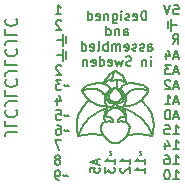
<source format=gbr>
%TF.GenerationSoftware,KiCad,Pcbnew,(6.0.8)*%
%TF.CreationDate,2022-10-31T23:03:35+01:00*%
%TF.ProjectId,epi,6570692e-6b69-4636-9164-5f7063625858,rev?*%
%TF.SameCoordinates,Original*%
%TF.FileFunction,Legend,Bot*%
%TF.FilePolarity,Positive*%
%FSLAX46Y46*%
G04 Gerber Fmt 4.6, Leading zero omitted, Abs format (unit mm)*
G04 Created by KiCad (PCBNEW (6.0.8)) date 2022-10-31 23:03:35*
%MOMM*%
%LPD*%
G01*
G04 APERTURE LIST*
%ADD10C,0.180000*%
%ADD11C,0.160000*%
G04 APERTURE END LIST*
D10*
X99619682Y-52209504D02*
X99554101Y-52196134D01*
X100567553Y-52426727D02*
X100563037Y-52437300D01*
X98979272Y-53689741D02*
X98994472Y-53729366D01*
X99547067Y-53760768D02*
X99581079Y-53766884D01*
X99243930Y-51208730D02*
X99211931Y-51240662D01*
X99972528Y-50365243D02*
X99975582Y-50446335D01*
X98690647Y-54011472D02*
X98674618Y-54045166D01*
X102898035Y-53063664D02*
X102934886Y-53150855D01*
X99417822Y-51919123D02*
X99451229Y-51950477D01*
X98736332Y-54934006D02*
X98916222Y-54987865D01*
X99635940Y-50303348D02*
X99612463Y-50315242D01*
X100074795Y-53736448D02*
X100076774Y-53744498D01*
X98637652Y-54318124D02*
X98642645Y-54361627D01*
X100647067Y-53193154D02*
X100644568Y-53222022D01*
X100255830Y-53744561D02*
X100218064Y-53747762D01*
X102232578Y-51028869D02*
X102099190Y-51004828D01*
X103097929Y-53989229D02*
X103098751Y-54115116D01*
X96884386Y-52898563D02*
X96841792Y-52979709D01*
X99579319Y-50301946D02*
X99612463Y-50315242D01*
X98883591Y-53821948D02*
X98847100Y-53843598D01*
X100705062Y-52115223D02*
X100688372Y-52168083D01*
X99705000Y-50271885D02*
X99682205Y-50281680D01*
X100080310Y-52209385D02*
X100145892Y-52196015D01*
X100670749Y-52892520D02*
X100696635Y-52957059D01*
X98709480Y-53979301D02*
X98690647Y-54011472D01*
X97078328Y-52598397D02*
X97026719Y-52670241D01*
X99122515Y-52405871D02*
X99127622Y-52416325D01*
X98916186Y-54987773D02*
X98973526Y-55059622D01*
X99182851Y-51955195D02*
X99157315Y-51911888D01*
X97056951Y-51131224D02*
X97195337Y-51093259D01*
X99583201Y-53503059D02*
X99595229Y-53518759D01*
X99076187Y-51419345D02*
X99054432Y-51458641D01*
X99635703Y-49932152D02*
X99626166Y-49990337D01*
X96709202Y-54993266D02*
X97189766Y-54899944D01*
X100542676Y-51911770D02*
X100563197Y-51866323D01*
X100553674Y-55249315D02*
X100495814Y-55303695D01*
X99312154Y-51148949D02*
X99277363Y-51178147D01*
X102515782Y-51403105D02*
X102482708Y-51455995D01*
X99850037Y-50911644D02*
X99864940Y-50914105D01*
X96709202Y-54993340D02*
X96756731Y-54859417D01*
X99011707Y-53769170D02*
X98965855Y-53784668D01*
X98950977Y-52423115D02*
X98992547Y-52416713D01*
X100572370Y-52416215D02*
X100567553Y-52426727D01*
X99246772Y-53747276D02*
X99337690Y-53746301D01*
X97429813Y-53704642D02*
X97577940Y-53549243D01*
X99618705Y-50050598D02*
X99613463Y-50113078D01*
X99745419Y-52298196D02*
X99752950Y-52274402D01*
X101116811Y-51157670D02*
X101061481Y-51195279D01*
X99962373Y-50204051D02*
X99962373Y-50204051D01*
X100540793Y-52513203D02*
X100539089Y-52524343D01*
X99655484Y-53769967D02*
X99651620Y-53774061D01*
X102597120Y-50992648D02*
X102623113Y-51038903D01*
X99963852Y-52320477D02*
X99954574Y-52298075D01*
X100581949Y-52711657D02*
X100612890Y-52769703D01*
X100437818Y-55353481D02*
X100379685Y-55398584D01*
X101405260Y-51026984D02*
X101346062Y-51045949D01*
X98994902Y-52115319D02*
X99011592Y-52168178D01*
X100536906Y-52582078D02*
X100537855Y-52594137D01*
X99641130Y-53781057D02*
X99638659Y-53782031D01*
X99072855Y-52397809D02*
X99111472Y-52385231D01*
X98966044Y-53650309D02*
X98979272Y-53689741D01*
X99081351Y-52330138D02*
X99111436Y-52385130D01*
X99850019Y-50911644D02*
X99850019Y-50911644D01*
X99488441Y-51979415D02*
X99529394Y-52005771D01*
X100282170Y-51919013D02*
X100248764Y-51950367D01*
X100119406Y-53568882D02*
X100109413Y-53589133D01*
X100187271Y-52662778D02*
X100232301Y-52686705D01*
X100548205Y-52480246D02*
X100545362Y-52491156D01*
X100536438Y-52570118D02*
X100536906Y-52582078D01*
X100556944Y-51508188D02*
X100533280Y-51454158D01*
X102998843Y-53335579D02*
X103025537Y-53433578D01*
X98592357Y-52406199D02*
X98685511Y-52421248D01*
X101049908Y-54405964D02*
X101040054Y-54451261D01*
X100645230Y-52275530D02*
X100618617Y-52330045D01*
X100582863Y-52395364D02*
X100577478Y-52405761D01*
X100151215Y-53516371D02*
X100140317Y-53532557D01*
X100536408Y-52558257D02*
X100456665Y-52553063D01*
X99052936Y-53193253D02*
X99055432Y-53222122D01*
X102504670Y-51093158D02*
X102367791Y-51058693D01*
X100688285Y-53769069D02*
X100688285Y-53769069D01*
X101014495Y-52421156D02*
X100923352Y-52429196D01*
X100075798Y-53683487D02*
X100074624Y-53690855D01*
X99912012Y-52092914D02*
X99849987Y-52100301D01*
X98642970Y-54154725D02*
X98637768Y-54193850D01*
X99439317Y-51138275D02*
X99507577Y-51089187D01*
X96929542Y-52820092D02*
X96884386Y-52898563D01*
X101086807Y-50516198D02*
X101189112Y-50509313D01*
X100251236Y-49707292D02*
X100334545Y-49778660D01*
X102621674Y-52598301D02*
X102673283Y-52670145D01*
X98813651Y-53867165D02*
X98783203Y-53892585D01*
X100318199Y-52131204D02*
X100367112Y-52102156D01*
X100738263Y-51764710D02*
X100741917Y-51812440D01*
X101062345Y-54318027D02*
X101057352Y-54361531D01*
X99654081Y-52604790D02*
X99606140Y-52621661D01*
X100547410Y-51308344D02*
X100574636Y-51344116D01*
X100207475Y-52178370D02*
X100264949Y-52156687D01*
X100668998Y-55127138D02*
X100611402Y-55190433D01*
X99167403Y-50292630D02*
X99190646Y-50283842D01*
X99508565Y-51022502D02*
X99485806Y-51034356D01*
X98018153Y-52185874D02*
X98113264Y-52236543D01*
X99701521Y-55571456D02*
X99731114Y-55575681D01*
X100073434Y-53727137D02*
X100074795Y-53736448D01*
X102546459Y-51349627D02*
X102515782Y-51403105D01*
X99627434Y-53574209D02*
X99636750Y-53595683D01*
X100627147Y-52397718D02*
X100588529Y-52385140D01*
X97153546Y-51349715D02*
X97184224Y-51403192D01*
X99435044Y-52156806D02*
X99381794Y-52131322D01*
X99451229Y-51950477D02*
X99488441Y-51979415D01*
X99113362Y-51615401D02*
X99125302Y-51562093D01*
X97300099Y-52326150D02*
X97186558Y-52459713D01*
X97832492Y-52070251D02*
X97924402Y-52130341D01*
X101490751Y-52281949D02*
X101394366Y-52321970D01*
X100086656Y-50201079D02*
X100056195Y-50199947D01*
X100451477Y-52034320D02*
X100486703Y-51996006D01*
X100281053Y-50958396D02*
X100334020Y-50879026D01*
X100536899Y-52546867D02*
X100536436Y-52558257D01*
X101743394Y-54819283D02*
X101601024Y-54824670D01*
X103025537Y-53433578D02*
X103048433Y-53535644D01*
X100593543Y-51719511D02*
X100592876Y-51667875D01*
X99666975Y-52413261D02*
X99683520Y-52397165D01*
X99900666Y-50212901D02*
X99879726Y-50216993D01*
X99558986Y-52641090D02*
X99512801Y-52662870D01*
X100081387Y-53658922D02*
X100081387Y-53658922D01*
X100900571Y-51333618D02*
X100848693Y-51388711D01*
X98353945Y-51046049D02*
X98412408Y-51068458D01*
X99999186Y-49533391D02*
X100054982Y-49567535D01*
X99946248Y-50952689D02*
X99850019Y-50911644D01*
X100563037Y-52437300D02*
X100558832Y-52447937D01*
X100734137Y-53784568D02*
X100776830Y-53802183D01*
X99099844Y-51381189D02*
X99076187Y-51419345D01*
X99469210Y-53418562D02*
X99484830Y-53425711D01*
X102399903Y-52326053D02*
X102513444Y-52459616D01*
X98783203Y-53892585D02*
X98755719Y-53919792D01*
X100637629Y-53249326D02*
X100626067Y-53274859D01*
X100542887Y-52502141D02*
X100540793Y-52513203D01*
X103085093Y-54383505D02*
X103070201Y-54526472D01*
X99850019Y-50911644D02*
X99922158Y-50952889D01*
X100612890Y-52769703D02*
X100642662Y-52830029D01*
X100072846Y-53716487D02*
X100073033Y-53721984D01*
X99437173Y-53406565D02*
X99469210Y-53418562D01*
X102574632Y-51295631D02*
X102546459Y-51349627D01*
X102099190Y-51004828D02*
X101967785Y-50987711D01*
X103023263Y-54831111D02*
X102990804Y-54993248D01*
X96977055Y-52744062D02*
X96929542Y-52820092D01*
X99232247Y-51346433D02*
X99274345Y-51293097D01*
X98408251Y-52962262D02*
X98588697Y-52875344D01*
X100057403Y-55558899D02*
X100027883Y-55565793D01*
X98686726Y-54544278D02*
X98703577Y-54591771D01*
X99011707Y-53769170D02*
X99011707Y-53769170D01*
X99541694Y-51130232D02*
X99495436Y-51176776D01*
X100541257Y-52618563D02*
X100543742Y-52630935D01*
X99968729Y-55575583D02*
X99939094Y-55578457D01*
X100025336Y-50200037D02*
X99994067Y-50201391D01*
X98637768Y-54193850D02*
X98635174Y-54234170D01*
X99054697Y-53163026D02*
X99052936Y-53193253D01*
X98932168Y-53233485D02*
X98925041Y-53306529D01*
X101465171Y-51011320D02*
X101405260Y-51026984D01*
X102370187Y-51610458D02*
X102328606Y-51660314D01*
X101807944Y-50574041D02*
X102000398Y-50628646D01*
X98731157Y-53948719D02*
X98709480Y-53979301D01*
X99033194Y-52408291D02*
X99072855Y-52397809D01*
X99858594Y-50221676D02*
X99837266Y-50226958D01*
X99649270Y-52428225D02*
X99666975Y-52413261D01*
X101587056Y-50989323D02*
X101525776Y-50998814D01*
X97030431Y-54266191D02*
X97091937Y-54161883D01*
X100726466Y-55059521D02*
X100668998Y-55127138D01*
X98650088Y-54406061D02*
X98659943Y-54451357D01*
X96607724Y-53868666D02*
X96602075Y-53989324D01*
X100729078Y-52011413D02*
X100718603Y-52062988D01*
X99699405Y-50946154D02*
X99674824Y-50953844D01*
X100666810Y-52408199D02*
X100627147Y-52397718D01*
X100365830Y-52542884D02*
X100318205Y-52535061D01*
X99606140Y-52621661D02*
X99558986Y-52641090D01*
X99237055Y-50745960D02*
X99162406Y-50691559D01*
X97288847Y-53875216D02*
X97429813Y-53704642D01*
X96601253Y-54115211D02*
X96605463Y-54246559D01*
X100422597Y-51178055D02*
X100456031Y-51208638D01*
X99148587Y-52469516D02*
X99151788Y-52480354D01*
X100337305Y-51849716D02*
X100311706Y-51885407D01*
X103098751Y-54115116D02*
X103094541Y-54246464D01*
X100688372Y-52168083D02*
X100668455Y-52221531D01*
X99132440Y-52426837D02*
X99136956Y-52437410D01*
X102722947Y-52743965D02*
X102770460Y-52819995D01*
X99070525Y-50160361D02*
X99123689Y-50086620D01*
X100705521Y-53729265D02*
X100688285Y-53769069D01*
X101172953Y-51124075D02*
X101116811Y-51157670D01*
X99149636Y-52656108D02*
X99149636Y-52656108D01*
X100456031Y-51208638D02*
X100488029Y-51240570D01*
X99682205Y-50281680D02*
X99659186Y-50292164D01*
X99121400Y-51819091D02*
X99111247Y-51770074D01*
X97184224Y-51403192D02*
X97217298Y-51456083D01*
D11*
X94903334Y-48117000D02*
X95403334Y-48117000D01*
D10*
X100261855Y-50231130D02*
X100204804Y-50216965D01*
X99977178Y-50530428D02*
X99977279Y-50619522D01*
X97195337Y-51093259D02*
X97332216Y-51058794D01*
X100322224Y-51188667D02*
X100260674Y-51138162D01*
X99554135Y-55530452D02*
X99583536Y-55541265D01*
X99724154Y-50939013D02*
X99699405Y-50946154D01*
X97221208Y-53966530D02*
X97288847Y-53875216D01*
X99947042Y-52274282D02*
X99941354Y-52249055D01*
X98113264Y-52236543D02*
X98209253Y-52282041D01*
X100543742Y-52630935D02*
X100546770Y-52643416D01*
X99612975Y-55550784D02*
X99642452Y-55558996D01*
X100109827Y-52466621D02*
X100089225Y-52454796D01*
X102482708Y-51455995D02*
X102447346Y-51508230D01*
X99968214Y-50936849D02*
X99968214Y-50936849D01*
X101297355Y-54859898D02*
X101134623Y-54891591D01*
X99111644Y-53319895D02*
X99138167Y-53338882D01*
X100629754Y-53099225D02*
X100639478Y-53131549D01*
X100232301Y-52686705D02*
X100275997Y-52712570D01*
X98820839Y-54836914D02*
X98850618Y-54887018D01*
X100609701Y-53298416D02*
X100588347Y-53319790D01*
X100109413Y-53589133D02*
X100099739Y-53610853D01*
X99691783Y-49717343D02*
X99675356Y-49768639D01*
X99274345Y-51293097D02*
X99322814Y-51240468D01*
X98642645Y-54361627D02*
X98650088Y-54406061D01*
X98112952Y-50989424D02*
X98174232Y-50998915D01*
X99574022Y-52029379D02*
X99622260Y-52050074D01*
X101107649Y-52406107D02*
X101014495Y-52421156D01*
X99583536Y-55541265D02*
X99612975Y-55550784D01*
X99606635Y-53535809D02*
X99617383Y-53554271D01*
X101586739Y-52236451D02*
X101490751Y-52281949D01*
X99157105Y-52502248D02*
X99159200Y-52513309D01*
X99190646Y-50283842D02*
X99214399Y-50276190D01*
X98638526Y-51195379D02*
X98693022Y-51237145D01*
X97956610Y-54819386D02*
X98098979Y-54824772D01*
X100197558Y-53463486D02*
X100185578Y-53475041D01*
X100468061Y-52863780D02*
X100499913Y-52896955D01*
X99125302Y-51562093D02*
X99143047Y-51508305D01*
X98713517Y-50529043D02*
X98613196Y-50516291D01*
X99752950Y-52274402D02*
X99758638Y-52249174D01*
X98565379Y-54891692D02*
X98736332Y-54934006D01*
X98746665Y-51283211D02*
X98799436Y-51333719D01*
X102600194Y-51241184D02*
X102574632Y-51295631D01*
X98920352Y-50469175D02*
X98958232Y-50432398D01*
X102239978Y-51757169D02*
X102193147Y-51804031D01*
X101681850Y-52185783D02*
X101586739Y-52236451D01*
X96765116Y-53150951D02*
X96731445Y-53241511D01*
X97656123Y-51937621D02*
X97656123Y-51937621D01*
X99127622Y-52416325D02*
X99132440Y-52426837D01*
X98916186Y-54987773D02*
X98916186Y-54987773D01*
X99879707Y-55580105D02*
X99849955Y-55578856D01*
X99160692Y-52606402D02*
X99158735Y-52618668D01*
X100145892Y-52196015D02*
X100207475Y-52178370D01*
X97217298Y-51456083D02*
X97252660Y-51508318D01*
X100675121Y-50212691D02*
X100712477Y-50283773D01*
D11*
X104611905Y-45550000D02*
X104611905Y-45050000D01*
D10*
X98945243Y-53572085D02*
X98954722Y-53611086D01*
X100073033Y-53721984D02*
X100073434Y-53727137D01*
X99020206Y-50235454D02*
X99070525Y-50160361D01*
X103048433Y-53535644D02*
X103067326Y-53642010D01*
X98588697Y-52875344D02*
X98772754Y-52796077D01*
X100683024Y-51540421D02*
X100698608Y-51582927D01*
X99728598Y-49618715D02*
X99709577Y-49667416D01*
X99295410Y-51601156D02*
X99296021Y-51645883D01*
X100247866Y-53426866D02*
X100234949Y-53434694D01*
X99429844Y-52525098D02*
X99477550Y-52512363D01*
X99365982Y-50879118D02*
X99305132Y-50808378D01*
X99799264Y-50920940D02*
X99774097Y-50926400D01*
X99106448Y-51719629D02*
X99107115Y-51667992D01*
X99136794Y-51866441D02*
X99121400Y-51819091D01*
X99645293Y-53618757D02*
X99653024Y-53643493D01*
X97699605Y-50628736D02*
X97522799Y-50695762D01*
X99003358Y-52957159D02*
X98980191Y-53023631D01*
X100260674Y-51138162D02*
X100192415Y-51089074D01*
X101202334Y-52384355D02*
X101107649Y-52406107D01*
X99610767Y-52454929D02*
X99630501Y-52442100D01*
X100732025Y-51717857D02*
X100738263Y-51764710D01*
X98981359Y-52063083D02*
X98994902Y-52115319D01*
X99136956Y-52437410D02*
X99141160Y-52448046D01*
X99758638Y-52249174D02*
X99762385Y-52222469D01*
X101009348Y-54011373D02*
X101025376Y-54045067D01*
X99568793Y-52477624D02*
X99590165Y-52466756D01*
X100106996Y-51084307D02*
X100158299Y-51130122D01*
X100116733Y-50203389D02*
X100086656Y-50201079D01*
X97892060Y-50574132D02*
X97699605Y-50628736D01*
X98847169Y-50548473D02*
X98886213Y-50468410D01*
X97732223Y-50987812D02*
X97861486Y-50978761D01*
X99160904Y-52524448D02*
X99162205Y-52535667D01*
X102893256Y-54730674D02*
X102840814Y-54607159D01*
X100010845Y-52218242D02*
X100080310Y-52209385D01*
X103094541Y-54246464D02*
X103085093Y-54383505D01*
D11*
X95403334Y-46817000D02*
X95403334Y-46317000D01*
D10*
X100140317Y-53532557D02*
X100129710Y-53550042D01*
X102840814Y-54607159D02*
X102786010Y-54488649D01*
X98923217Y-53380927D02*
X98924455Y-53418598D01*
X101397059Y-50511920D02*
X101605083Y-50534314D01*
X99149636Y-52656108D02*
X99118044Y-52711758D01*
X97332216Y-51058794D02*
X97467430Y-51028970D01*
X97656123Y-51937612D02*
X97417305Y-52195851D01*
X100492532Y-53368755D02*
X100431794Y-53376537D01*
X100618161Y-50644771D02*
X100703988Y-50605480D01*
X100645529Y-51458550D02*
X100665305Y-51498951D01*
X100534374Y-49995859D02*
X100586835Y-50068496D01*
X100321413Y-55438913D02*
X100262999Y-55474378D01*
X100236623Y-51046703D02*
X100281053Y-50958396D01*
X100412243Y-52548769D02*
X100365830Y-52542884D01*
X99179708Y-50014277D02*
X99238594Y-49943374D01*
X100069491Y-52441968D02*
X100050723Y-52428095D01*
X98772754Y-52796077D02*
X98959915Y-52723388D01*
X99647175Y-49875902D02*
X99635703Y-49932152D01*
X99122358Y-50313420D02*
X99144647Y-50302505D01*
X100561822Y-53338775D02*
X100529945Y-53355165D01*
X99307433Y-51509087D02*
X99299193Y-51555502D01*
X101957097Y-52005817D02*
X101867510Y-52070159D01*
X99079006Y-53759031D02*
X99158947Y-53751628D01*
X102000398Y-50628646D02*
X102177205Y-50695673D01*
X98685511Y-52421248D02*
X98776653Y-52429288D01*
X100492532Y-53368755D02*
X100492532Y-53368755D01*
X100264949Y-52156687D02*
X100318199Y-52131204D01*
X100916790Y-53892486D02*
X100944275Y-53919692D01*
X100977316Y-54639766D02*
X100955998Y-54688392D01*
X98961698Y-51764802D02*
X98958044Y-51812533D01*
X99305132Y-50808378D02*
X99237055Y-50745960D01*
X100351736Y-51121079D02*
X100387806Y-51148857D01*
D11*
X105111905Y-45550000D02*
X104611905Y-45550000D01*
D10*
X97102883Y-50992738D02*
X97076889Y-51038993D01*
X99310161Y-51731896D02*
X99323560Y-51772850D01*
X100262999Y-55474378D02*
X100204441Y-55504889D01*
X97329820Y-51610546D02*
X97371401Y-51660403D01*
X102673283Y-52670145D02*
X102722947Y-52743965D01*
X100762452Y-53533221D02*
X100754750Y-53571984D01*
X100633496Y-50140852D02*
X100675121Y-50212691D01*
X99001353Y-51583019D02*
X98987844Y-51627021D01*
X97417305Y-52195851D02*
X97300099Y-52326150D01*
X100996419Y-54591674D02*
X100977316Y-54639766D01*
X98967936Y-51717949D02*
X98961698Y-51764802D01*
X100317705Y-50248987D02*
X100261855Y-50231130D01*
X100698608Y-51582927D02*
X100698608Y-51582927D01*
X98703577Y-54591771D02*
X98722681Y-54639863D01*
X98234837Y-51011421D02*
X98294748Y-51027085D01*
X102447346Y-51508230D02*
X102409803Y-51559740D01*
X99664068Y-53754737D02*
X99662573Y-53758415D01*
X99204144Y-55303793D02*
X99262126Y-55353579D01*
X100712477Y-50283773D02*
X100746327Y-50353859D01*
X100248764Y-51950367D02*
X100211551Y-51979305D01*
X100401958Y-53380546D02*
X100372575Y-53385236D01*
X99111247Y-51770074D02*
X99106448Y-51719629D01*
X99426909Y-53749027D02*
X99469383Y-53751880D01*
X99667493Y-53741569D02*
X99666553Y-53746329D01*
X99200128Y-52897048D02*
X99170884Y-52930721D01*
X98767490Y-54737584D02*
X98793117Y-54787081D01*
X99921419Y-50209387D02*
X99900666Y-50212901D01*
X100260995Y-53419830D02*
X100247866Y-53426866D01*
X99850051Y-52567009D02*
X99800792Y-52571587D01*
X99144437Y-52964684D02*
X99120968Y-52998731D01*
X99610581Y-50177917D02*
X99610200Y-50245258D01*
X102516362Y-50901476D02*
X102561318Y-50946737D01*
X99837266Y-50226958D02*
X99815740Y-50232853D01*
X99055432Y-53222122D02*
X99062368Y-53249427D01*
X100129710Y-53550042D02*
X100119406Y-53568882D01*
X99123689Y-50086620D02*
X99179708Y-50014277D01*
X97893651Y-53279673D02*
X98060221Y-53163351D01*
X100313707Y-51319017D02*
X100340434Y-51366821D01*
X99662573Y-53758415D02*
X99660943Y-53761761D01*
X99231984Y-52863873D02*
X99200128Y-52897048D01*
X100577478Y-52405761D02*
X100572370Y-52416215D01*
X99163554Y-52570220D02*
X99163086Y-52582180D01*
X100394870Y-50808285D02*
X100462947Y-50745867D01*
X102968557Y-53241415D02*
X102998843Y-53335579D01*
X100518515Y-51273818D02*
X100547410Y-51308344D01*
X97742905Y-52005908D02*
X97832492Y-52070251D01*
X99509636Y-53755780D02*
X99547067Y-53760768D01*
X101111305Y-52875249D02*
X100927247Y-52795983D01*
X100170599Y-52005661D02*
X100125971Y-52029269D01*
D11*
X104311905Y-45250000D02*
X104311905Y-45850000D01*
D10*
X100343715Y-53391058D02*
X100315450Y-53398463D01*
X99302805Y-52799837D02*
X99266271Y-52831400D01*
X100531305Y-50350538D02*
X100479153Y-50321314D01*
X99941354Y-52249055D02*
X99937608Y-52222350D01*
X99163086Y-52582180D02*
X99162138Y-52594240D01*
X99432551Y-49739757D02*
X99503006Y-49675061D01*
X99590165Y-52466756D02*
X99610767Y-52454929D01*
X100074624Y-53690855D02*
X100073761Y-53697829D01*
X99314932Y-50257902D02*
X99341553Y-50256651D01*
X98976678Y-51672010D02*
X98967936Y-51717949D01*
X96602075Y-53989324D02*
X96601253Y-54115211D01*
X99365005Y-49806070D02*
X99432551Y-49739757D01*
X100079212Y-53751367D02*
X100081953Y-53757133D01*
X97290204Y-51559828D02*
X97329820Y-51610546D01*
X99181446Y-51273909D02*
X99152551Y-51308436D01*
X99243328Y-52553198D02*
X99287749Y-52548909D01*
X102510242Y-54899840D02*
X102389252Y-54877604D01*
X102411156Y-53875123D02*
X102270190Y-53704548D01*
X98510890Y-50509406D02*
X98407255Y-50508082D01*
X100209786Y-53452947D02*
X100197558Y-53463486D01*
X99151788Y-52480354D02*
X99154631Y-52491264D01*
X101189112Y-50509313D02*
X101292748Y-50507990D01*
X100073761Y-53697829D02*
X100073191Y-53704419D01*
X98992547Y-52416713D02*
X99033194Y-52408291D01*
X100558832Y-52447937D02*
X100554951Y-52458638D01*
X101838522Y-50978660D02*
X101711559Y-50978817D01*
X102623113Y-51038903D02*
X102638642Y-51085194D01*
X100923352Y-52429196D02*
X100834703Y-52429921D01*
X99651620Y-53774061D02*
X99647808Y-53777193D01*
X96709202Y-54993340D02*
X96709202Y-54993340D01*
X102478795Y-53966437D02*
X102411156Y-53875123D01*
X100092792Y-53770742D02*
X100094685Y-53772174D01*
X98987844Y-51627021D02*
X98976678Y-51672010D01*
X99849973Y-50911754D02*
X99777834Y-50952999D01*
X100745270Y-53610985D02*
X100733949Y-53650208D01*
X99814112Y-49433342D02*
X99878847Y-49466264D01*
X98722681Y-54639863D02*
X98743998Y-54688490D01*
X98865303Y-52430012D02*
X98950977Y-52423115D01*
X99120968Y-52998731D02*
X99100661Y-53032658D01*
X100495814Y-55303695D02*
X100437818Y-55353481D01*
X100362442Y-51414526D02*
X100379795Y-51461966D01*
X100037869Y-50957958D02*
X100072154Y-50970140D01*
X99162406Y-50691559D02*
X99081841Y-50644865D01*
X100086885Y-55550687D02*
X100057403Y-55558899D01*
X99790418Y-55580067D02*
X99820130Y-55580204D01*
X100204557Y-51176667D02*
X100245834Y-51223774D01*
X99970688Y-52081952D02*
X99912012Y-52092914D01*
X102990804Y-54993248D02*
X102943274Y-54859325D01*
X100776558Y-53343466D02*
X100776775Y-53380827D01*
X100141089Y-52640998D02*
X100187271Y-52662778D01*
X100054982Y-49567535D02*
X100107989Y-49602027D01*
X99070260Y-53099321D02*
X99060533Y-53131647D01*
X100688239Y-53769023D02*
X100622388Y-53758473D01*
X99731921Y-49491124D02*
X99814112Y-49433342D01*
X97819595Y-54820918D02*
X97956610Y-54819386D01*
X99495445Y-55504986D02*
X99554135Y-55530452D01*
X99664677Y-50996212D02*
X99753744Y-50952800D01*
X99938922Y-50929366D02*
X99953592Y-50933009D01*
X99034656Y-51499042D02*
X99016937Y-51540513D01*
X99736141Y-52320599D02*
X99745419Y-52298196D01*
X100848693Y-51388711D02*
X100797727Y-51448532D01*
X100379685Y-55398584D02*
X100321413Y-55438913D01*
X99418949Y-50958488D02*
X99365982Y-50879118D01*
X98902279Y-51448633D02*
X98952313Y-51513324D01*
X100616321Y-53066160D02*
X100629754Y-53099225D01*
X98960259Y-53091920D02*
X98944079Y-53161910D01*
X99484830Y-53425711D02*
X99500135Y-53433710D01*
X99170044Y-53355274D02*
X99207456Y-53368865D01*
X97522799Y-50695762D02*
X97366882Y-50772756D01*
X100742905Y-51861011D02*
X100741149Y-51910388D01*
X100236623Y-51046611D02*
X100236623Y-51046611D01*
X99576378Y-49612028D02*
X99652680Y-49550700D01*
X99529394Y-52005771D02*
X99574022Y-52029379D01*
X99626166Y-49990337D02*
X99618705Y-50050598D01*
X99849973Y-50911754D02*
X99849973Y-50911754D01*
X98793117Y-54787081D02*
X98820839Y-54836914D01*
X97298395Y-50814223D02*
X97237097Y-50857262D01*
X100582809Y-50381754D02*
X100531305Y-50350538D01*
X99994067Y-50201391D02*
X99962373Y-50204051D01*
X102282697Y-52195753D02*
X102399903Y-52326053D01*
X99054736Y-52275624D02*
X99081351Y-52330138D01*
X100783807Y-54987673D02*
X100726466Y-55059521D01*
X100739734Y-53091819D02*
X100755913Y-53161809D01*
X101605083Y-50534314D02*
X101807944Y-50574041D01*
X102643050Y-51131215D02*
X102643050Y-51131215D01*
X99636750Y-53595683D02*
X99645293Y-53618757D01*
X100475349Y-49923182D02*
X100534374Y-49995859D01*
X100372575Y-53385236D02*
X100343715Y-53391058D01*
X100003210Y-50946855D02*
X100037869Y-50957958D01*
X100146442Y-50206835D02*
X100116733Y-50203389D01*
X99909420Y-55579968D02*
X99879707Y-55580105D01*
X101064848Y-54275519D02*
X101062345Y-54318027D01*
X99117130Y-52395474D02*
X99122515Y-52405871D01*
X99668658Y-53718463D02*
X99668805Y-53724879D01*
X99362688Y-51849826D02*
X99388287Y-51885517D01*
X100274327Y-53413527D02*
X100260995Y-53419830D01*
X100574689Y-51561976D02*
X100556944Y-51508188D01*
X99665403Y-53750714D02*
X99664068Y-53754737D01*
X99238682Y-50269722D02*
X99263518Y-50264486D01*
X101291751Y-52962166D02*
X101111305Y-52875249D01*
X100276067Y-51069921D02*
X100314463Y-51094755D01*
X102094990Y-51894279D02*
X102043879Y-51937529D01*
X98635148Y-54275616D02*
X98637652Y-54318124D01*
X101394366Y-52321970D02*
X101298066Y-52356208D01*
X99154631Y-52491264D02*
X99157105Y-52502248D01*
X99299193Y-51555502D02*
X99295410Y-51601156D01*
X99674042Y-52067690D02*
X99729304Y-52082062D01*
X99674824Y-50953844D02*
X99650423Y-50962075D01*
X100077733Y-52049964D02*
X100025950Y-52067580D01*
X100145737Y-55530355D02*
X100116330Y-55541169D01*
X99762385Y-52222469D02*
X99762385Y-52222469D01*
X98583196Y-51157770D02*
X98638526Y-51195379D01*
X98883389Y-50507994D02*
X98920352Y-50469175D01*
X101038639Y-54080218D02*
X101049176Y-54116760D01*
X98931552Y-53494810D02*
X98937541Y-53533322D01*
X100537787Y-52535564D02*
X100536899Y-52546867D01*
X99939094Y-55578457D02*
X99909420Y-55579968D01*
X100886342Y-53867065D02*
X100916790Y-53892486D01*
X99662425Y-53679306D02*
X99664487Y-53688131D01*
X97138685Y-50946826D02*
X97102883Y-50992738D01*
X100162398Y-53501428D02*
X100151215Y-53516371D01*
X99300960Y-51689518D02*
X99310161Y-51731896D01*
X100777437Y-50422712D02*
X100834495Y-50555760D01*
X99088578Y-55190533D02*
X99146295Y-55249415D01*
X100963670Y-54933905D02*
X100783779Y-54987764D01*
X99485806Y-51034356D02*
X99463337Y-51046703D01*
D11*
X95403334Y-48117000D02*
X95403334Y-47617000D01*
D10*
X100073191Y-53704419D02*
X100072892Y-53710635D01*
X100204804Y-50216965D02*
X100175794Y-50211375D01*
X100173855Y-53487670D02*
X100162398Y-53501428D01*
X99141160Y-52448046D02*
X99145041Y-52458747D01*
X100117333Y-51041641D02*
X100035315Y-50996100D01*
X100719802Y-53023530D02*
X100739734Y-53091819D01*
X99207456Y-53368865D02*
X99207456Y-53368865D01*
X99463378Y-51046794D02*
X99418949Y-50958488D01*
X100081953Y-53757133D02*
X100084839Y-53761875D01*
D11*
X104611905Y-45550000D02*
X104611905Y-46050000D01*
D10*
X99062368Y-53249427D02*
X99073927Y-53274961D01*
X99107115Y-51667992D02*
X99113362Y-51615401D01*
X99760746Y-55578555D02*
X99790418Y-55580067D01*
X100623774Y-51419254D02*
X100645529Y-51458550D01*
X101292748Y-50507990D02*
X101397059Y-50511920D01*
X99638659Y-53782031D02*
X99636445Y-53782665D01*
X98923163Y-53802283D02*
X98883591Y-53821948D01*
X99972834Y-50820726D02*
X99968209Y-50936839D01*
X101346062Y-51045949D02*
X101287599Y-51068357D01*
X97099810Y-51241273D02*
X97125372Y-51295719D01*
X97600818Y-51004928D02*
X97732223Y-50987812D01*
X99709577Y-49667416D02*
X99691783Y-49717343D01*
X100906878Y-54786983D02*
X100879155Y-54836816D01*
X96605463Y-54246559D02*
X96614912Y-54383600D01*
X99667339Y-53704261D02*
X99668178Y-53711595D01*
X98407255Y-50508082D02*
X98302944Y-50512012D01*
X100720720Y-53689640D02*
X100705521Y-53729265D01*
X100618617Y-52330045D02*
X100588534Y-52385039D01*
X100076774Y-53744498D02*
X100079212Y-53751367D01*
X102638642Y-51085194D02*
X102643050Y-51131215D01*
X100334545Y-49778660D02*
X100408994Y-49850703D01*
X99153223Y-52643519D02*
X99151500Y-52649800D01*
X102270190Y-53704548D02*
X102122063Y-53549149D01*
X99749932Y-50254316D02*
X99727574Y-50262767D01*
X97988449Y-50978918D02*
X98112952Y-50989424D01*
X100944275Y-53919692D02*
X100968837Y-53948620D01*
X99581079Y-53766884D02*
X99611071Y-53774170D01*
X97555223Y-51849848D02*
X97605013Y-51894371D01*
X100834495Y-50555769D02*
X100734545Y-50483938D01*
X99711002Y-50995634D02*
X99649411Y-51039496D01*
X101601024Y-54824670D02*
X101452584Y-54837899D01*
X100045999Y-52604699D02*
X100093938Y-52621569D01*
X99617383Y-53554271D02*
X99627434Y-53574209D01*
X100089225Y-52454796D02*
X100069491Y-52441968D01*
X98098979Y-54824772D02*
X98247419Y-54838001D01*
X98972721Y-50311856D02*
X99020206Y-50235454D01*
X100131200Y-52477487D02*
X100109827Y-52466621D01*
X99543775Y-53463434D02*
X99557436Y-53475459D01*
X99467768Y-52686796D02*
X99424069Y-52712662D01*
X98094920Y-50534406D02*
X97892060Y-50574132D01*
X98944079Y-53161910D02*
X98932168Y-53233485D01*
X99668198Y-53736417D02*
X99667493Y-53741569D01*
X97186558Y-52459713D02*
X97078328Y-52598397D01*
X100703988Y-50605480D02*
X100794422Y-50573284D01*
X102266491Y-54857658D02*
X102141241Y-54840927D01*
X100712117Y-51626930D02*
X100723283Y-51671918D01*
X100642662Y-52830029D02*
X100670749Y-52892520D01*
X99794011Y-50239370D02*
X99772076Y-50246521D01*
X101287599Y-51068357D02*
X101229889Y-51094352D01*
X100367112Y-52102156D02*
X100411576Y-52069783D01*
X100529945Y-53355165D02*
X100492532Y-53368755D01*
X100378718Y-53741468D02*
X100336660Y-53741482D01*
X97414840Y-51709331D02*
X97460028Y-51757260D01*
X102462907Y-50857173D02*
X102516362Y-50901476D01*
X97155551Y-54062041D02*
X97221208Y-53966530D01*
X98925041Y-53306529D02*
X98923434Y-53343566D01*
X99207456Y-53368865D02*
X99337454Y-53384488D01*
X99213289Y-51996125D02*
X99182851Y-51955195D01*
X99484668Y-50272716D02*
X99515444Y-50280731D01*
X100033017Y-52413133D02*
X100016473Y-52397038D01*
X100953342Y-51283110D02*
X100900571Y-51333618D01*
X99029243Y-52892620D02*
X99003358Y-52957159D01*
X99610200Y-50245258D02*
X99612463Y-50315242D01*
X100282195Y-51271279D02*
X100313707Y-51319017D01*
X101057025Y-54154627D02*
X101062228Y-54193753D01*
X100816402Y-53821848D02*
X100852893Y-53843497D01*
X99454159Y-51223884D02*
X99417797Y-51271389D01*
X98994472Y-53729366D02*
X99011707Y-53769170D01*
X100990514Y-53979202D02*
X101009348Y-54011373D01*
X100797727Y-51448532D02*
X100747694Y-51513223D01*
X103082011Y-53752908D02*
X103092280Y-53868570D01*
X99385497Y-51094847D02*
X99348225Y-51121170D01*
X99090291Y-53298519D02*
X99111644Y-53319895D01*
X98755719Y-53919792D02*
X98731157Y-53948719D01*
X100736567Y-51960534D02*
X100729078Y-52011413D01*
X99850033Y-52566918D02*
X99899291Y-52571495D01*
X100139448Y-50997670D02*
X100172381Y-51012983D01*
X98470118Y-51094452D02*
X98527054Y-51124176D01*
X99954574Y-52298075D02*
X99947042Y-52274282D01*
X99922158Y-50952889D02*
X99988991Y-50995525D01*
X100529152Y-52930627D02*
X100555594Y-52964589D01*
X97056951Y-51131307D02*
X97056951Y-51131307D01*
X98958812Y-51910483D02*
X98963395Y-51960629D01*
X100411576Y-52069783D02*
X100451477Y-52034320D01*
X99396733Y-50258468D02*
X99425334Y-50261633D01*
X99524127Y-52496653D02*
X99568793Y-52477624D01*
X100574636Y-51344116D02*
X100600117Y-51381097D01*
X99729304Y-52082062D02*
X99787980Y-52093024D01*
X100718603Y-52062988D02*
X100705062Y-52115223D01*
X99968214Y-50936849D02*
X100003210Y-50946855D01*
X99337454Y-53384488D02*
X99370991Y-53390028D01*
X100817580Y-54937227D02*
X100783807Y-54987673D01*
X99381887Y-52740262D02*
X99341405Y-52769389D01*
X101025376Y-54045067D02*
X101038639Y-54080218D01*
X100665305Y-51498951D02*
X100683024Y-51540421D01*
X97558765Y-54841032D02*
X97687219Y-54828442D01*
X96674466Y-53433674D02*
X96651570Y-53535740D01*
X100579059Y-52998637D02*
X100599362Y-53032562D01*
X99159200Y-52513309D02*
X99160904Y-52524448D01*
X99386286Y-51319127D02*
X99359559Y-51366931D01*
X100295530Y-53742490D02*
X100255830Y-53744561D01*
X97061360Y-51085285D02*
X97056951Y-51131307D01*
X99503006Y-49675061D02*
X99576378Y-49612028D01*
X99011744Y-53769161D02*
X99043491Y-53763775D01*
X99214399Y-50276190D02*
X99238682Y-50269722D01*
X96756731Y-54859417D02*
X96806749Y-54730765D01*
X101639781Y-53163256D02*
X101468079Y-53057810D01*
X98613196Y-50516291D02*
X98510890Y-50509406D01*
X98527054Y-51124176D02*
X98583196Y-51157770D01*
X101049176Y-54116760D02*
X101057025Y-54154627D01*
X98958044Y-51812533D02*
X98957056Y-51861105D01*
X102012785Y-54828338D02*
X101880409Y-54820814D01*
X99507577Y-51089187D02*
X99582659Y-51041753D01*
X100175866Y-52496514D02*
X100131200Y-52477487D01*
X99263518Y-50264486D02*
X99288927Y-50260530D01*
X99425334Y-50261633D02*
X99454639Y-50266366D01*
X97076967Y-51186446D02*
X97099810Y-51241273D01*
X99320198Y-51462076D02*
X99307433Y-51509087D01*
X96614912Y-54383600D02*
X96629804Y-54526566D01*
X100106027Y-50983384D02*
X100139448Y-50997670D01*
X99030989Y-55127239D02*
X99088578Y-55190533D01*
X100774951Y-53306429D02*
X100776558Y-53343466D01*
X100626067Y-53274859D02*
X100609701Y-53298416D01*
X97183642Y-50901565D02*
X97138685Y-50946826D01*
X98635174Y-54234170D02*
X98635148Y-54275616D01*
X99146295Y-55249415D02*
X99204144Y-55303793D01*
X102643055Y-51131123D02*
X102504670Y-51093158D01*
X100888806Y-50547876D02*
X100986486Y-50528950D01*
X96629804Y-54526566D02*
X96650346Y-54675690D01*
X99666117Y-53696444D02*
X99667339Y-53704261D01*
X99650423Y-50962075D02*
X99626216Y-50970842D01*
X99751589Y-52579547D02*
X99702624Y-52590683D01*
X100314463Y-51094755D02*
X100351736Y-51121079D01*
X100204441Y-55504889D02*
X100145737Y-55530355D01*
X100578591Y-51818972D02*
X100588744Y-51769956D01*
X102770460Y-52819995D02*
X102815616Y-52898467D01*
X98650820Y-54116858D02*
X98642970Y-54154725D01*
X99469383Y-53751880D02*
X99509636Y-53755780D01*
X100192415Y-51089074D02*
X100117333Y-51041641D01*
X103049660Y-54675597D02*
X103023263Y-54831111D01*
X99477550Y-52512363D02*
X99524127Y-52496653D01*
X99800792Y-52571587D02*
X99751589Y-52579547D01*
X100392559Y-51508977D02*
X100400800Y-51555392D01*
X98952313Y-51513324D02*
X99001394Y-51583028D01*
X102177205Y-50695673D02*
X102333122Y-50772667D01*
X99296021Y-51645883D02*
X99300960Y-51689518D01*
X99997457Y-52590592D02*
X100045999Y-52604699D01*
X99111477Y-52385130D02*
X99117130Y-52395474D01*
X98937541Y-53533322D02*
X98945243Y-53572085D01*
X100035315Y-50996100D02*
X99946248Y-50952689D01*
X100776775Y-53380827D02*
X100775538Y-53418497D01*
X100879155Y-54836816D02*
X100849376Y-54886919D01*
X99060533Y-53131647D02*
X99054697Y-53163026D01*
X100488029Y-51240570D02*
X100518515Y-51273818D01*
X100986486Y-50528950D02*
X101086807Y-50516198D01*
X99622260Y-52050074D02*
X99674042Y-52067690D01*
X100016473Y-52397038D02*
X100001186Y-52379769D01*
X99079090Y-50338177D02*
X99100512Y-50325327D01*
X99671967Y-55565890D02*
X99701521Y-55571456D01*
X98973526Y-55059622D02*
X99030989Y-55127239D01*
X99300356Y-49873957D02*
X99365005Y-49806070D01*
X100755913Y-53161809D02*
X100767825Y-53233384D01*
X97577940Y-53549243D02*
X97732722Y-53407945D01*
X98412408Y-51068458D02*
X98470118Y-51094452D01*
X98851314Y-51388812D02*
X98902279Y-51448633D01*
X99143047Y-51508305D02*
X99166711Y-51454274D01*
X100747694Y-51513223D02*
X100698612Y-51582927D01*
X99570591Y-53488647D02*
X99583201Y-53503059D01*
X101967280Y-53407850D02*
X101806351Y-53279577D01*
X100688285Y-53769069D02*
X100734137Y-53784568D01*
X100776830Y-53802183D02*
X100816402Y-53821848D01*
X103092280Y-53868570D02*
X103097929Y-53989229D01*
X98659943Y-54451357D02*
X98672169Y-54497452D01*
X99158735Y-52618668D02*
X99156250Y-52631040D01*
X99531598Y-51011147D02*
X99508565Y-51022502D01*
X101525776Y-50998814D02*
X101465171Y-51011320D01*
X99824544Y-50916053D02*
X99799264Y-50920940D01*
X97732722Y-53407945D02*
X97893651Y-53279673D01*
X100358902Y-51812105D02*
X100337305Y-51849716D01*
X97467430Y-51028970D02*
X97600818Y-51004928D01*
X99238594Y-49943374D02*
X99300356Y-49873957D01*
X99712737Y-52361405D02*
X99725214Y-52341654D01*
X99337690Y-53746301D02*
X99426909Y-53749027D01*
X102401609Y-50814134D02*
X102462907Y-50857173D01*
X100499913Y-52896955D02*
X100529152Y-52930627D01*
X99689148Y-52218361D02*
X99619682Y-52209504D01*
X102285167Y-51709241D02*
X102239978Y-51757169D01*
X100599362Y-53032562D02*
X100616321Y-53066160D01*
X98954722Y-53611086D02*
X98966044Y-53650309D01*
X100433779Y-52831308D02*
X100468061Y-52863780D01*
X96841792Y-52979709D02*
X96801967Y-53063761D01*
D11*
X94903334Y-46817000D02*
X95403334Y-46817000D01*
D10*
X100794422Y-50573284D02*
X100888806Y-50547876D01*
X98811197Y-50547970D02*
X98713517Y-50529043D01*
X100318205Y-52535061D02*
X100270149Y-52524955D01*
X100456665Y-52553063D02*
X100412243Y-52548769D01*
X102043879Y-51937529D02*
X101957097Y-52005817D01*
X98497672Y-52384447D02*
X98592357Y-52406199D01*
X99748704Y-49571098D02*
X99728598Y-49618715D01*
X98965855Y-53784668D02*
X98923163Y-53802283D01*
X98305639Y-52322062D02*
X98401939Y-52356299D01*
X99332880Y-52102275D02*
X99288416Y-52069902D01*
X100107989Y-49602027D02*
X100158303Y-49636837D01*
X100358653Y-52769296D02*
X100397248Y-52799744D01*
X102858210Y-52979613D02*
X102898035Y-53063664D01*
X100834703Y-52429921D02*
X100749028Y-52423024D01*
X99016937Y-51540513D02*
X99001353Y-51583019D01*
X98674618Y-54045166D02*
X98661356Y-54080316D01*
X99163093Y-52546970D02*
X99163557Y-52558357D01*
X99937608Y-52222350D02*
X99937608Y-52222350D01*
X100537855Y-52594137D02*
X100539300Y-52606298D01*
X100311706Y-51885407D02*
X100282170Y-51919013D01*
X100536436Y-52558257D02*
X100536438Y-52570118D01*
X103070201Y-54526472D02*
X103049660Y-54675597D01*
X101027828Y-54497355D02*
X101013270Y-54544182D01*
X100426243Y-50294420D02*
X100372464Y-50270197D01*
X101057352Y-54361531D02*
X101049908Y-54405964D01*
X99659905Y-53669954D02*
X99662425Y-53679306D01*
X97861486Y-50978761D02*
X97988449Y-50978918D01*
X102728909Y-54375006D02*
X102669574Y-54266098D01*
X99083697Y-53066256D02*
X99070260Y-53099321D01*
X100340434Y-51366821D02*
X100362442Y-51414526D01*
X99500135Y-53433710D02*
X99515087Y-53442622D01*
X100548492Y-52649698D02*
X100550356Y-52656008D01*
X100425645Y-51292982D02*
X100377176Y-51240353D01*
X99170884Y-52930721D02*
X99144437Y-52964684D01*
X99772076Y-50246521D02*
X99749932Y-50254316D01*
X99144647Y-50302505D02*
X99167403Y-50292630D01*
X97091937Y-54161883D02*
X97155551Y-54062041D01*
X100611402Y-55190433D02*
X100553674Y-55249315D01*
X99660943Y-53761761D02*
X99659201Y-53764792D01*
X100550356Y-52656008D02*
X100550356Y-52656008D01*
X99125324Y-51344208D02*
X99099844Y-51381189D01*
X102608067Y-54161790D02*
X102544453Y-54061948D01*
X99322814Y-51240468D02*
X99377767Y-51188781D01*
X100783807Y-54987673D02*
X100783807Y-54987673D01*
X100099739Y-53610853D02*
X100090394Y-53634097D01*
X99381794Y-52131322D02*
X99332880Y-52102275D01*
X101006985Y-51237045D02*
X100953342Y-51283110D01*
X99334163Y-52543026D02*
X99381788Y-52535204D01*
X99320244Y-55398682D02*
X99378502Y-55439010D01*
X96676743Y-54831204D02*
X96709202Y-54993340D01*
X99727574Y-50262767D02*
X99705000Y-50271885D01*
X99666553Y-53746329D02*
X99665403Y-53750714D01*
X97125372Y-51295719D02*
X97153546Y-51349715D01*
X99649411Y-51039496D02*
X99592997Y-51084417D01*
X97310755Y-54877709D02*
X97433515Y-54857763D01*
X100218064Y-53747762D02*
X100182734Y-53752161D01*
X97026719Y-52670241D02*
X96977055Y-52744062D01*
X100536436Y-52558257D02*
X100536436Y-52558257D01*
X100479153Y-50321314D02*
X100426243Y-50294420D01*
X99463337Y-51046703D02*
X99423894Y-51070012D01*
X98661356Y-54080316D02*
X98650820Y-54116858D01*
X100517140Y-51955076D02*
X100542676Y-51911770D01*
X99762385Y-52222469D02*
X99689148Y-52218361D01*
X99463337Y-51046703D02*
X99463337Y-51046703D01*
X102389252Y-54877604D02*
X102266491Y-54857658D01*
X97252660Y-51508318D02*
X97290204Y-51559828D01*
X101013270Y-54544182D02*
X100996419Y-54591674D01*
X99924206Y-50925920D02*
X99938922Y-50929366D01*
X99675356Y-49768639D02*
X99660440Y-49821444D01*
X99162138Y-52594240D02*
X99160692Y-52606402D01*
X97687219Y-54828442D02*
X97819595Y-54820918D01*
X99642452Y-55558996D02*
X99671967Y-55565890D01*
X100588744Y-51769956D02*
X100593543Y-51719511D01*
X100072154Y-50970140D02*
X100106027Y-50983384D01*
X100588347Y-53319790D02*
X100561822Y-53338775D01*
X100462947Y-50745867D02*
X100537596Y-50691464D01*
X98302944Y-50512012D02*
X98094920Y-50534406D01*
X100852893Y-53843497D02*
X100886342Y-53867065D01*
X101806351Y-53279577D02*
X101639781Y-53163256D01*
X100245834Y-51223774D02*
X100282195Y-51271279D01*
D11*
X95703334Y-47117000D02*
X95703334Y-46517000D01*
D10*
X98924455Y-53418598D02*
X98927211Y-53456564D01*
X99546987Y-50290458D02*
X99579319Y-50301946D01*
X99262126Y-55353579D02*
X99320244Y-55398682D01*
X99975582Y-50446335D02*
X99977178Y-50530428D01*
X99814112Y-49433342D02*
X99769752Y-49524425D01*
X96971095Y-54375098D02*
X97030431Y-54266191D01*
X100121393Y-53764825D02*
X100096388Y-53773226D01*
X99762170Y-52222350D02*
X99937447Y-52222359D01*
X100754750Y-53571984D02*
X100745270Y-53610985D01*
X98997200Y-50398050D02*
X99037428Y-50366515D01*
X100236623Y-51046611D02*
X100276067Y-51069921D01*
X99196407Y-51400238D02*
X99232247Y-51346433D01*
X99118044Y-52711758D02*
X99087103Y-52769804D01*
X102043879Y-51937529D02*
X102043879Y-51937529D01*
X100586629Y-51615284D02*
X100574689Y-51561976D01*
X100399033Y-51689409D02*
X100389832Y-51731786D01*
X100222442Y-52512221D02*
X100175866Y-52496514D01*
X102409803Y-51559740D02*
X102370187Y-51610458D01*
X100158299Y-51130122D02*
X100204557Y-51176667D01*
X100554951Y-52458638D02*
X100551405Y-52469407D01*
X99157315Y-51911888D02*
X99136794Y-51866441D01*
X101468079Y-53057810D02*
X101291751Y-52962166D01*
X100270149Y-52524955D02*
X100222442Y-52512221D01*
X101880409Y-54820814D02*
X101743394Y-54819283D01*
X99323560Y-51772850D02*
X99341090Y-51812215D01*
X99554894Y-51000298D02*
X99531598Y-51011147D01*
X100125971Y-52029269D02*
X100077733Y-52049964D01*
X99878847Y-49466264D02*
X99940506Y-49499624D01*
X98847169Y-50548473D02*
X98883389Y-50507994D01*
X99163584Y-52558376D02*
X99243328Y-52553198D01*
X98886213Y-50468410D02*
X98928060Y-50389523D01*
X96801967Y-53063761D02*
X96765116Y-53150951D01*
X99378502Y-55439010D02*
X99436901Y-55474475D01*
X100287853Y-53407903D02*
X100274327Y-53413527D01*
X99777834Y-50952999D02*
X99711002Y-50995634D01*
X99152551Y-51308436D02*
X99125324Y-51344208D01*
X100586835Y-50068496D02*
X100633496Y-50140852D01*
X99652680Y-49550700D02*
X99731921Y-49491124D01*
X100633777Y-50414619D02*
X100582809Y-50381754D01*
X97605013Y-51894371D02*
X97656123Y-51937621D01*
X99941986Y-50206441D02*
X99921419Y-50209387D01*
X102990804Y-54993248D02*
X102990804Y-54993248D01*
X99436901Y-55474475D02*
X99495445Y-55504986D01*
X99162205Y-52535667D02*
X99163093Y-52546970D01*
X98799436Y-51333719D02*
X98851314Y-51388812D01*
X99054432Y-51458641D02*
X99034656Y-51499042D01*
X100403972Y-51645773D02*
X100399033Y-51689409D01*
X102623036Y-51186356D02*
X102600194Y-51241184D01*
X100093938Y-52621569D02*
X100141089Y-52640998D01*
X96731445Y-53241511D02*
X96701160Y-53335675D01*
X100668455Y-52221531D02*
X100645230Y-52275530D01*
X100315450Y-53398463D02*
X100287853Y-53407903D01*
X99948494Y-52579455D02*
X99997457Y-52590592D01*
X99611071Y-53774170D02*
X99636445Y-53782665D01*
X100275997Y-52712570D02*
X100318175Y-52740170D01*
X100204785Y-51029302D02*
X100236623Y-51046611D01*
X98231923Y-53057906D02*
X98408251Y-52962262D01*
X102333122Y-50772667D02*
X102401609Y-50814134D01*
X100081387Y-53658922D02*
X100079160Y-53667530D01*
X99377767Y-51188781D02*
X99439317Y-51138275D01*
X99337551Y-51414636D02*
X99320198Y-51462076D01*
X99341405Y-52769389D02*
X99302805Y-52799837D01*
X102367791Y-51058693D02*
X102232578Y-51028869D01*
X98294748Y-51027085D02*
X98353945Y-51046049D01*
X100968837Y-53948620D02*
X100990514Y-53979202D01*
X101064822Y-54234072D02*
X101064848Y-54275519D01*
X100555594Y-52964589D02*
X100579059Y-52998637D01*
X97506858Y-51804122D02*
X97555223Y-51849848D01*
X100463605Y-53744153D02*
X100378718Y-53741468D01*
X100084839Y-53761875D02*
X100087712Y-53765671D01*
X99814112Y-49433342D02*
X99814112Y-49433342D01*
X99909447Y-50922671D02*
X99924206Y-50925920D01*
X98959915Y-52723388D02*
X99149673Y-52656200D01*
X99266271Y-52831400D02*
X99231984Y-52863873D01*
X99423894Y-51070012D02*
X99385497Y-51094847D01*
X100849376Y-54886919D02*
X100817580Y-54937227D01*
X99100512Y-50325327D02*
X99122358Y-50313420D01*
X100387806Y-51148857D02*
X100422597Y-51178055D01*
X99660440Y-49821444D02*
X99647175Y-49875902D01*
X100698608Y-51582927D02*
X100712117Y-51626930D01*
X100090416Y-53768601D02*
X100092792Y-53770742D01*
X98963395Y-51960629D02*
X98970884Y-52011508D01*
X99578438Y-50989960D02*
X99554894Y-51000298D01*
X98923434Y-53343566D02*
X98923217Y-53380927D01*
X99359559Y-51366931D02*
X99337551Y-51414636D01*
X100955998Y-54688392D02*
X100932506Y-54737487D01*
X97924402Y-52130341D02*
X98018153Y-52185874D01*
X98776653Y-52429288D02*
X98865303Y-52430012D01*
X96859191Y-54607251D02*
X96913994Y-54488740D01*
X100116330Y-55541169D02*
X100086885Y-55550687D01*
X102144782Y-51849757D02*
X102094990Y-51894279D01*
X99158947Y-53751628D02*
X99246772Y-53747276D01*
X100740086Y-52723295D02*
X100550329Y-52656108D01*
X100537596Y-50691464D02*
X100618161Y-50644771D01*
X98970884Y-52011508D02*
X98981359Y-52063083D01*
X100707457Y-52416622D02*
X100666810Y-52408199D01*
X96806749Y-54730765D02*
X96859191Y-54607251D01*
X100733949Y-53650208D02*
X100720720Y-53689640D01*
X100400800Y-51555392D02*
X100404582Y-51601046D01*
X99156250Y-52631040D02*
X99153223Y-52643519D01*
X99820130Y-55580204D02*
X99849882Y-55578957D01*
X100397248Y-52799744D02*
X100433779Y-52831308D01*
X98882413Y-54937326D02*
X98916186Y-54987773D01*
X98402647Y-54860000D02*
X98565379Y-54891692D01*
X100377176Y-51240353D02*
X100322224Y-51188667D01*
X100376433Y-51772740D02*
X100358902Y-51812105D01*
X100172381Y-51012983D02*
X100204785Y-51029302D01*
X97366882Y-50772756D02*
X97298395Y-50814223D01*
X100486703Y-51996006D02*
X100517140Y-51955076D01*
X99288416Y-52069902D02*
X99248515Y-52034439D01*
X99668805Y-53724879D02*
X99668644Y-53730859D01*
X100734545Y-50483938D02*
X100633777Y-50414619D01*
X99277363Y-51178147D02*
X99243930Y-51208730D01*
X99787980Y-52093024D02*
X99850005Y-52100411D01*
X100185578Y-53475041D02*
X100173855Y-53487670D01*
X100050723Y-52428095D02*
X100033017Y-52413133D01*
X99653024Y-53643493D02*
X99659905Y-53669954D01*
X97460028Y-51757260D02*
X97506858Y-51804122D01*
X102122063Y-53549149D02*
X101967280Y-53407850D01*
X99011592Y-52168178D02*
X99031510Y-52221626D01*
X102544453Y-54061948D02*
X102478795Y-53966437D01*
X99953592Y-50933009D02*
X99968214Y-50936849D01*
X99582659Y-51041753D02*
X99664677Y-50996212D01*
X100588516Y-52385021D02*
X100582863Y-52395364D01*
X99879726Y-50216993D02*
X99858594Y-50221676D01*
X99864940Y-50914105D02*
X99879811Y-50916763D01*
X99417797Y-51271389D02*
X99386286Y-51319127D01*
X100389832Y-51731786D02*
X100376433Y-51772740D01*
X100211551Y-51979305D02*
X100170599Y-52005661D01*
X102669574Y-54266098D02*
X102608067Y-54161790D01*
X102815616Y-52898467D02*
X102858210Y-52979613D01*
X100741149Y-51910388D02*
X100736567Y-51960534D01*
X100379795Y-51461966D02*
X100392559Y-51508977D01*
X101040054Y-54451261D02*
X101027828Y-54497355D01*
X99163557Y-52558357D02*
X99163557Y-52558357D01*
X100768441Y-53494709D02*
X100762452Y-53533221D01*
X99595229Y-53518759D02*
X99606635Y-53535809D01*
X100767825Y-53233384D02*
X100774951Y-53306429D01*
X100551405Y-52469407D02*
X100548205Y-52480246D01*
X98928060Y-50389523D02*
X98972721Y-50311856D01*
X100539300Y-52606298D02*
X100541257Y-52618563D01*
X99424069Y-52712662D02*
X99381887Y-52740262D01*
X100546170Y-53750002D02*
X100463605Y-53744153D01*
X100175794Y-50211375D02*
X100146442Y-50206835D01*
X99774097Y-50926400D02*
X99749055Y-50932426D01*
X99557436Y-53475459D02*
X99570591Y-53488647D01*
X100050581Y-51039386D02*
X100106996Y-51084307D01*
X100431794Y-53376537D02*
X100401958Y-53380546D01*
X99630501Y-52442100D02*
X99649270Y-52428225D01*
X101229889Y-51094352D02*
X101172953Y-51124075D01*
X99962373Y-50204051D02*
X99941986Y-50206441D01*
X99974778Y-52341532D02*
X99963852Y-52320477D01*
X96913994Y-54488740D02*
X96971095Y-54375098D01*
X99937608Y-52222350D02*
X100010845Y-52218242D01*
X98847100Y-53843598D02*
X98813651Y-53867165D01*
X101711559Y-50978817D02*
X101587056Y-50989323D01*
X98247419Y-54838001D02*
X98402647Y-54860000D01*
X97076889Y-51038993D02*
X97061360Y-51085285D01*
X100158303Y-49636837D02*
X100251236Y-49707292D01*
X98401939Y-52356299D02*
X98497672Y-52384447D01*
X99211931Y-51240662D02*
X99181446Y-51273909D01*
X99879811Y-50916763D02*
X99894647Y-50919618D01*
X102043879Y-51937511D02*
X102282697Y-52195753D01*
X100533280Y-51454158D02*
X100503584Y-51400122D01*
X99659201Y-53764792D02*
X99655484Y-53769967D01*
X100372464Y-50270197D02*
X100317705Y-50248987D01*
X99769752Y-49524425D02*
X99748704Y-49571098D01*
X99138167Y-53338882D02*
X99170044Y-53355274D01*
X99731114Y-55575681D02*
X99760746Y-55578555D01*
X101967785Y-50987711D02*
X101838522Y-50978660D01*
X99031510Y-52221626D02*
X99054736Y-52275624D01*
X99087103Y-52769804D02*
X99057330Y-52830130D01*
X98850618Y-54887018D02*
X98882413Y-54937326D01*
X100001186Y-52379769D02*
X99987255Y-52361281D01*
X101452584Y-54837899D02*
X101297355Y-54859898D01*
X100150342Y-53757826D02*
X100121393Y-53764825D01*
X99287749Y-52548909D02*
X99334163Y-52543026D01*
X100334020Y-50879026D02*
X100394870Y-50808285D01*
X100645310Y-53162927D02*
X100647067Y-53193154D01*
D11*
X95403334Y-48117000D02*
X95403334Y-48617000D01*
D10*
X99815740Y-50232853D02*
X99794011Y-50239370D01*
X102141241Y-54840927D02*
X102012785Y-54828338D01*
X96650346Y-54675690D02*
X96676743Y-54831204D01*
X102943274Y-54859325D02*
X102893256Y-54730674D01*
X99940506Y-49499624D02*
X99999186Y-49533391D01*
X99058069Y-50351922D02*
X99079090Y-50338177D01*
X100408994Y-49850703D02*
X100475349Y-49923182D01*
X102786010Y-54488649D02*
X102728909Y-54375006D01*
X99554101Y-52196134D02*
X99492517Y-52178489D01*
X97371401Y-51660403D02*
X97414840Y-51709331D01*
X99702624Y-52590683D02*
X99654081Y-52604790D01*
X99698806Y-52379894D02*
X99712737Y-52361405D01*
X99368813Y-50256823D02*
X99396733Y-50258468D01*
X100094685Y-53772174D02*
X100096388Y-53773226D01*
X97056951Y-51131307D02*
X97076967Y-51186446D01*
X100644568Y-53222022D02*
X100637629Y-53249326D01*
X99899291Y-52571495D02*
X99948494Y-52579455D01*
X98672169Y-54497452D02*
X98686726Y-54544278D01*
X99644245Y-53779485D02*
X99641130Y-53781057D01*
X99163557Y-52558357D02*
X99163554Y-52570220D01*
X98060221Y-53163351D02*
X98231923Y-53057906D01*
X99753744Y-50952800D02*
X99849973Y-50911754D01*
X99668178Y-53711595D02*
X99668658Y-53718463D01*
X102561318Y-50946737D02*
X102597120Y-50992648D01*
X101775600Y-52130250D02*
X101681850Y-52185783D01*
X99370991Y-53390028D02*
X99404332Y-53397220D01*
X100592876Y-51667875D02*
X100586629Y-51615284D01*
X102934886Y-53150855D02*
X102968557Y-53241415D01*
X102643050Y-51131215D02*
X102623036Y-51186356D01*
X100027883Y-55565793D02*
X99998325Y-55571358D01*
X99043491Y-53763775D02*
X99079006Y-53759031D01*
X100746327Y-50353859D02*
X100777437Y-50422712D01*
X100090394Y-53634097D02*
X100081387Y-53658922D01*
X99613463Y-50113078D02*
X99610581Y-50177917D01*
X96701160Y-53335675D02*
X96674466Y-53433674D01*
X96617993Y-53753004D02*
X96607724Y-53868666D01*
X99057330Y-52830130D02*
X99029243Y-52892620D01*
X99037428Y-50366515D02*
X99058069Y-50351922D01*
X99381788Y-52535204D02*
X99429844Y-52525098D01*
X100072892Y-53710635D02*
X100072846Y-53716487D01*
X98743998Y-54688490D02*
X98767490Y-54737584D01*
X99664487Y-53688131D02*
X99666117Y-53696444D01*
X98927211Y-53456564D02*
X98931552Y-53494810D01*
X99248515Y-52034439D02*
X99213289Y-51996125D01*
X100749028Y-52423024D02*
X100707457Y-52416622D01*
X99145041Y-52458747D02*
X99148587Y-52469516D01*
X99998325Y-55571358D02*
X99968729Y-55575583D01*
X98958232Y-50432398D02*
X98997200Y-50398050D01*
X99348225Y-51121170D02*
X99312154Y-51148949D01*
X101061481Y-51195279D02*
X101006985Y-51237045D01*
X99341090Y-51812215D02*
X99362688Y-51849826D01*
X100182734Y-53752161D02*
X100150342Y-53757826D01*
X99341553Y-50256651D02*
X99368813Y-50256823D01*
X100234949Y-53434694D02*
X100222253Y-53443369D01*
X100503584Y-51400122D02*
X100467743Y-51346318D01*
X101298066Y-52356208D02*
X101202334Y-52384355D01*
X96632677Y-53642106D02*
X96617993Y-53753004D01*
X99100661Y-53032658D02*
X99083697Y-53066256D01*
X102513444Y-52459616D02*
X102621674Y-52598301D01*
X99166711Y-51454274D02*
X99196407Y-51400238D01*
X98693022Y-51237145D02*
X98746665Y-51283211D01*
X98174232Y-50998915D02*
X98234837Y-51011421D01*
X100025950Y-52067580D02*
X99970688Y-52081952D01*
X100775538Y-53418497D02*
X100772781Y-53456463D01*
X98209253Y-52282041D02*
X98305639Y-52322062D01*
X100622388Y-53758473D02*
X100546170Y-53750002D01*
X100550356Y-52656008D02*
X100581949Y-52711657D01*
X98905581Y-50573378D02*
X98811197Y-50547970D01*
X100079160Y-53667530D02*
X100077304Y-53675716D01*
X99388287Y-51885517D02*
X99417822Y-51919123D01*
X100600117Y-51381097D02*
X100623774Y-51419254D01*
X99404332Y-53397220D02*
X99437173Y-53406565D01*
X99515087Y-53442622D02*
X99529646Y-53452509D01*
X99725214Y-52341654D02*
X99736141Y-52320599D01*
X99602216Y-50980139D02*
X99578438Y-50989960D01*
X99151500Y-52649800D02*
X99149636Y-52656108D01*
X99454639Y-50266366D02*
X99484668Y-50272716D01*
X99081841Y-50644865D02*
X98996014Y-50605574D01*
X99975844Y-50715621D02*
X99972834Y-50820726D01*
X99073927Y-53274961D02*
X99090291Y-53298519D01*
X99894647Y-50919618D02*
X99909447Y-50922671D01*
X100723283Y-51671918D02*
X100732025Y-51717857D01*
X100546770Y-52643416D02*
X100548492Y-52649698D01*
X99668644Y-53730859D02*
X99668198Y-53736417D01*
X100056195Y-50199947D02*
X100025336Y-50200037D01*
X100741917Y-51812440D02*
X100742905Y-51861011D01*
X99492517Y-52178489D02*
X99435044Y-52156806D01*
X97433515Y-54857763D02*
X97558765Y-54841032D01*
X102990809Y-54993166D02*
X102510242Y-54899840D01*
X99659186Y-50292164D02*
X99635940Y-50303348D01*
X99968057Y-50285149D02*
X99972528Y-50365243D01*
X96651570Y-53535740D02*
X96632677Y-53642106D01*
X100563197Y-51866323D02*
X100578591Y-51818972D01*
X100404582Y-51601046D02*
X100403972Y-51645773D01*
X100539089Y-52524343D02*
X100537787Y-52535564D01*
X97237097Y-50857262D02*
X97183642Y-50901565D01*
X98996014Y-50605574D02*
X98905581Y-50573378D01*
X98980191Y-53023631D02*
X98960259Y-53091920D01*
X101062228Y-54193753D02*
X101064822Y-54234072D01*
X100639478Y-53131549D02*
X100645310Y-53162927D01*
X99495436Y-51176776D02*
X99454159Y-51223884D01*
X99849923Y-50911745D02*
X99824544Y-50916053D01*
X100318175Y-52740170D02*
X100358653Y-52769296D01*
X99529646Y-53452509D02*
X99543775Y-53463434D01*
X101134623Y-54891591D02*
X100963670Y-54933905D01*
X99988991Y-50995525D02*
X100050581Y-51039386D01*
X100336660Y-53741482D02*
X100295530Y-53742490D01*
D11*
X95703334Y-48417000D02*
X95703334Y-47817000D01*
D10*
X100772781Y-53456463D02*
X100768441Y-53494709D01*
X99512801Y-52662870D02*
X99467768Y-52686796D01*
X99515444Y-50280731D02*
X99546987Y-50290458D01*
X102328606Y-51660314D02*
X102285167Y-51709241D01*
X100696635Y-52957059D02*
X100719802Y-53023530D01*
X100222253Y-53443369D02*
X100209786Y-53452947D01*
X98957056Y-51861105D02*
X98958812Y-51910483D01*
X99659905Y-53669954D02*
X99659905Y-53669954D01*
X99749055Y-50932426D02*
X99724154Y-50939013D01*
X99977279Y-50619522D02*
X99975844Y-50715621D01*
X100467743Y-51346318D02*
X100425645Y-51292982D01*
X103067326Y-53642010D02*
X103082011Y-53752908D01*
D11*
X95403334Y-46817000D02*
X95403334Y-47317000D01*
D10*
X99647808Y-53777193D02*
X99644245Y-53779485D01*
X97189766Y-54899944D02*
X97310755Y-54877709D01*
X99987255Y-52361281D02*
X99974778Y-52341532D01*
X102193147Y-51804031D02*
X102144782Y-51849757D01*
X101867510Y-52070159D02*
X101775600Y-52130250D01*
X97656123Y-51937621D02*
X97742905Y-52005908D01*
X100077304Y-53675716D02*
X100075798Y-53683487D01*
X99592997Y-51084417D02*
X99541694Y-51130232D01*
X100545362Y-52491156D02*
X100542887Y-52502141D01*
X99001353Y-51583019D02*
X99001353Y-51583019D01*
X99626216Y-50970842D02*
X99602216Y-50980139D01*
X100927247Y-52795983D02*
X100740086Y-52723295D01*
X99962208Y-50204051D02*
X99968057Y-50285149D01*
X100932506Y-54737487D02*
X100906878Y-54786983D01*
X99288927Y-50260530D02*
X99314932Y-50257902D01*
X99683520Y-52397165D02*
X99698806Y-52379894D01*
X100087712Y-53765671D02*
X100090416Y-53768601D01*
D11*
X105209523Y-52076333D02*
X104828571Y-52076333D01*
X105285714Y-52304904D02*
X105019047Y-51504904D01*
X104752380Y-52304904D01*
X104066666Y-52304904D02*
X104523809Y-52304904D01*
X104295237Y-52304904D02*
X104295237Y-51504904D01*
X104371428Y-51619190D01*
X104447618Y-51695380D01*
X104523809Y-51733476D01*
X104790475Y-43884904D02*
X105171428Y-43884904D01*
X105209523Y-44265857D01*
X105171428Y-44227761D01*
X105095237Y-44189666D01*
X104904761Y-44189666D01*
X104828571Y-44227761D01*
X104790475Y-44265857D01*
X104752380Y-44342047D01*
X104752380Y-44532523D01*
X104790475Y-44608714D01*
X104828571Y-44646809D01*
X104904761Y-44684904D01*
X105095237Y-44684904D01*
X105171428Y-44646809D01*
X105209523Y-44608714D01*
X104523809Y-43884904D02*
X104257142Y-44684904D01*
X103990475Y-43884904D01*
X99498142Y-56235761D02*
X99460047Y-56273856D01*
X99421952Y-56350047D01*
X99498142Y-56502428D01*
X99460047Y-56578618D01*
X99421952Y-56616713D01*
X99802904Y-57340523D02*
X99802904Y-56883380D01*
X99802904Y-57111951D02*
X99002904Y-57111951D01*
X99117190Y-57035761D01*
X99193380Y-56959570D01*
X99231476Y-56883380D01*
X99002904Y-57607190D02*
X99002904Y-58102428D01*
X99307666Y-57835761D01*
X99307666Y-57950047D01*
X99345761Y-58026237D01*
X99383857Y-58064332D01*
X99460047Y-58102428D01*
X99650523Y-58102428D01*
X99726714Y-58064332D01*
X99764809Y-58026237D01*
X99802904Y-57950047D01*
X99802904Y-57721475D01*
X99764809Y-57645285D01*
X99726714Y-57607190D01*
X105209523Y-53346333D02*
X104828571Y-53346333D01*
X105285714Y-53574904D02*
X105019047Y-52774904D01*
X104752380Y-53574904D01*
X104333333Y-52774904D02*
X104257142Y-52774904D01*
X104180952Y-52813000D01*
X104142856Y-52851095D01*
X104104761Y-52927285D01*
X104066666Y-53079666D01*
X104066666Y-53270142D01*
X104104761Y-53422523D01*
X104142856Y-53498714D01*
X104180952Y-53536809D01*
X104257142Y-53574904D01*
X104333333Y-53574904D01*
X104409523Y-53536809D01*
X104447618Y-53498714D01*
X104485714Y-53422523D01*
X104523809Y-53270142D01*
X104523809Y-53079666D01*
X104485714Y-52927285D01*
X104447618Y-52851095D01*
X104409523Y-52813000D01*
X104333333Y-52774904D01*
X101072904Y-57340523D02*
X101072904Y-56883380D01*
X101072904Y-57111951D02*
X100272904Y-57111951D01*
X100387190Y-57035761D01*
X100463380Y-56959570D01*
X100501476Y-56883380D01*
X100349095Y-57645284D02*
X100311000Y-57683380D01*
X100272904Y-57759570D01*
X100272904Y-57950046D01*
X100311000Y-58026237D01*
X100349095Y-58064332D01*
X100425285Y-58102427D01*
X100501476Y-58102427D01*
X100615761Y-58064332D01*
X101072904Y-57607189D01*
X101072904Y-58102427D01*
X95910476Y-50747142D02*
X95872380Y-50709047D01*
X95796190Y-50670952D01*
X95643809Y-50747142D01*
X95567619Y-50709047D01*
X95529523Y-50670952D01*
X95300952Y-50251904D02*
X94805714Y-50251904D01*
X95072380Y-50556666D01*
X94958095Y-50556666D01*
X94881904Y-50594761D01*
X94843809Y-50632857D01*
X94805714Y-50709047D01*
X94805714Y-50899523D01*
X94843809Y-50975714D01*
X94881904Y-51013809D01*
X94958095Y-51051904D01*
X95186666Y-51051904D01*
X95262857Y-51013809D01*
X95300952Y-50975714D01*
X95300952Y-55331904D02*
X94767619Y-55331904D01*
X95110476Y-56131904D01*
X94802380Y-44684904D02*
X95259523Y-44684904D01*
X95030952Y-44684904D02*
X95030952Y-43884904D01*
X95107142Y-43999190D01*
X95183332Y-44075380D01*
X95259523Y-44113476D01*
X95043810Y-56944761D02*
X95120000Y-56906666D01*
X95158096Y-56868571D01*
X95196191Y-56792380D01*
X95196191Y-56754285D01*
X95158096Y-56678095D01*
X95120000Y-56640000D01*
X95043810Y-56601904D01*
X94891429Y-56601904D01*
X94815239Y-56640000D01*
X94777143Y-56678095D01*
X94739048Y-56754285D01*
X94739048Y-56792380D01*
X94777143Y-56868571D01*
X94815239Y-56906666D01*
X94891429Y-56944761D01*
X95043810Y-56944761D01*
X95120000Y-56982857D01*
X95158096Y-57020952D01*
X95196191Y-57097142D01*
X95196191Y-57249523D01*
X95158096Y-57325714D01*
X95120000Y-57363809D01*
X95043810Y-57401904D01*
X94891429Y-57401904D01*
X94815239Y-57363809D01*
X94777143Y-57325714D01*
X94739048Y-57249523D01*
X94739048Y-57097142D01*
X94777143Y-57020952D01*
X94815239Y-56982857D01*
X94891429Y-56944761D01*
X104752380Y-57384904D02*
X105209523Y-57384904D01*
X104980952Y-57384904D02*
X104980952Y-56584904D01*
X105057142Y-56699190D01*
X105133333Y-56775380D01*
X105209523Y-56813476D01*
X104066666Y-56584904D02*
X104219047Y-56584904D01*
X104295238Y-56623000D01*
X104333333Y-56661095D01*
X104409523Y-56775380D01*
X104447619Y-56927761D01*
X104447619Y-57232523D01*
X104409523Y-57308714D01*
X104371428Y-57346809D01*
X104295238Y-57384904D01*
X104142857Y-57384904D01*
X104066666Y-57346809D01*
X104028571Y-57308714D01*
X103990476Y-57232523D01*
X103990476Y-57042047D01*
X104028571Y-56965857D01*
X104066666Y-56927761D01*
X104142857Y-56889666D01*
X104295238Y-56889666D01*
X104371428Y-56927761D01*
X104409523Y-56965857D01*
X104447619Y-57042047D01*
X104752380Y-54844904D02*
X105209523Y-54844904D01*
X104980952Y-54844904D02*
X104980952Y-54044904D01*
X105057142Y-54159190D01*
X105133333Y-54235380D01*
X105209523Y-54273476D01*
X104028571Y-54044904D02*
X104409523Y-54044904D01*
X104447619Y-54425857D01*
X104409523Y-54387761D01*
X104333333Y-54349666D01*
X104142857Y-54349666D01*
X104066666Y-54387761D01*
X104028571Y-54425857D01*
X103990476Y-54502047D01*
X103990476Y-54692523D01*
X104028571Y-54768714D01*
X104066666Y-54806809D01*
X104142857Y-54844904D01*
X104333333Y-54844904D01*
X104409523Y-54806809D01*
X104447619Y-54768714D01*
X102038142Y-56235761D02*
X102000047Y-56273856D01*
X101961952Y-56350047D01*
X102038142Y-56502428D01*
X102000047Y-56578618D01*
X101961952Y-56616713D01*
X102342904Y-57340523D02*
X102342904Y-56883380D01*
X102342904Y-57111951D02*
X101542904Y-57111951D01*
X101657190Y-57035761D01*
X101733380Y-56959570D01*
X101771476Y-56883380D01*
X102342904Y-58102428D02*
X102342904Y-57645285D01*
X102342904Y-57873856D02*
X101542904Y-57873856D01*
X101657190Y-57797666D01*
X101733380Y-57721475D01*
X101771476Y-57645285D01*
X95910476Y-54557142D02*
X95872380Y-54519047D01*
X95796190Y-54480952D01*
X95643809Y-54557142D01*
X95567619Y-54519047D01*
X95529523Y-54480952D01*
X94881904Y-54061904D02*
X95034285Y-54061904D01*
X95110476Y-54100000D01*
X95148571Y-54138095D01*
X95224761Y-54252380D01*
X95262857Y-54404761D01*
X95262857Y-54709523D01*
X95224761Y-54785714D01*
X95186666Y-54823809D01*
X95110476Y-54861904D01*
X94958095Y-54861904D01*
X94881904Y-54823809D01*
X94843809Y-54785714D01*
X94805714Y-54709523D01*
X94805714Y-54519047D01*
X94843809Y-54442857D01*
X94881904Y-54404761D01*
X94958095Y-54366666D01*
X95110476Y-54366666D01*
X95186666Y-54404761D01*
X95224761Y-54442857D01*
X95262857Y-54519047D01*
X95262857Y-45248095D02*
X95224762Y-45210000D01*
X95148571Y-45171904D01*
X94958095Y-45171904D01*
X94881905Y-45210000D01*
X94843809Y-45248095D01*
X94805714Y-45324285D01*
X94805714Y-45400476D01*
X94843809Y-45514761D01*
X95300952Y-45971904D01*
X94805714Y-45971904D01*
X104714285Y-47161904D02*
X104980952Y-46780952D01*
X105171428Y-47161904D02*
X105171428Y-46361904D01*
X104866666Y-46361904D01*
X104790476Y-46400000D01*
X104752381Y-46438095D01*
X104714285Y-46514285D01*
X104714285Y-46628571D01*
X104752381Y-46704761D01*
X104790476Y-46742857D01*
X104866666Y-46780952D01*
X105171428Y-46780952D01*
X104752380Y-58654904D02*
X105209523Y-58654904D01*
X104980952Y-58654904D02*
X104980952Y-57854904D01*
X105057142Y-57969190D01*
X105133333Y-58045380D01*
X105209523Y-58083476D01*
X104257142Y-57854904D02*
X104180952Y-57854904D01*
X104104761Y-57893000D01*
X104066666Y-57931095D01*
X104028571Y-58007285D01*
X103990476Y-58159666D01*
X103990476Y-58350142D01*
X104028571Y-58502523D01*
X104066666Y-58578714D01*
X104104761Y-58616809D01*
X104180952Y-58654904D01*
X104257142Y-58654904D01*
X104333333Y-58616809D01*
X104371428Y-58578714D01*
X104409523Y-58502523D01*
X104447619Y-58350142D01*
X104447619Y-58159666D01*
X104409523Y-58007285D01*
X104371428Y-57931095D01*
X104333333Y-57893000D01*
X104257142Y-57854904D01*
X95910476Y-53287142D02*
X95872380Y-53249047D01*
X95796190Y-53210952D01*
X95643809Y-53287142D01*
X95567619Y-53249047D01*
X95529523Y-53210952D01*
X94843809Y-52791904D02*
X95224761Y-52791904D01*
X95262857Y-53172857D01*
X95224761Y-53134761D01*
X95148571Y-53096666D01*
X94958095Y-53096666D01*
X94881904Y-53134761D01*
X94843809Y-53172857D01*
X94805714Y-53249047D01*
X94805714Y-53439523D01*
X94843809Y-53515714D01*
X94881904Y-53553809D01*
X94958095Y-53591904D01*
X95148571Y-53591904D01*
X95224761Y-53553809D01*
X95262857Y-53515714D01*
X105209523Y-50806333D02*
X104828571Y-50806333D01*
X105285714Y-51034904D02*
X105019047Y-50234904D01*
X104752380Y-51034904D01*
X104523809Y-50311095D02*
X104485714Y-50273000D01*
X104409523Y-50234904D01*
X104219047Y-50234904D01*
X104142856Y-50273000D01*
X104104761Y-50311095D01*
X104066666Y-50387285D01*
X104066666Y-50463476D01*
X104104761Y-50577761D01*
X104561904Y-51034904D01*
X104066666Y-51034904D01*
X102495238Y-45179904D02*
X102495238Y-44379904D01*
X102304761Y-44379904D01*
X102190476Y-44418000D01*
X102114285Y-44494190D01*
X102076190Y-44570380D01*
X102038095Y-44722761D01*
X102038095Y-44837047D01*
X102076190Y-44989428D01*
X102114285Y-45065619D01*
X102190476Y-45141809D01*
X102304761Y-45179904D01*
X102495238Y-45179904D01*
X101390476Y-45141809D02*
X101466666Y-45179904D01*
X101619047Y-45179904D01*
X101695238Y-45141809D01*
X101733333Y-45065619D01*
X101733333Y-44760857D01*
X101695238Y-44684666D01*
X101619047Y-44646571D01*
X101466666Y-44646571D01*
X101390476Y-44684666D01*
X101352380Y-44760857D01*
X101352380Y-44837047D01*
X101733333Y-44913238D01*
X101047619Y-45141809D02*
X100971428Y-45179904D01*
X100819047Y-45179904D01*
X100742857Y-45141809D01*
X100704761Y-45065619D01*
X100704761Y-45027523D01*
X100742857Y-44951333D01*
X100819047Y-44913238D01*
X100933333Y-44913238D01*
X101009523Y-44875142D01*
X101047619Y-44798952D01*
X101047619Y-44760857D01*
X101009523Y-44684666D01*
X100933333Y-44646571D01*
X100819047Y-44646571D01*
X100742857Y-44684666D01*
X100361904Y-45179904D02*
X100361904Y-44646571D01*
X100361904Y-44379904D02*
X100400000Y-44418000D01*
X100361904Y-44456095D01*
X100323809Y-44418000D01*
X100361904Y-44379904D01*
X100361904Y-44456095D01*
X99638095Y-44646571D02*
X99638095Y-45294190D01*
X99676190Y-45370380D01*
X99714285Y-45408476D01*
X99790476Y-45446571D01*
X99904761Y-45446571D01*
X99980952Y-45408476D01*
X99638095Y-45141809D02*
X99714285Y-45179904D01*
X99866666Y-45179904D01*
X99942857Y-45141809D01*
X99980952Y-45103714D01*
X100019047Y-45027523D01*
X100019047Y-44798952D01*
X99980952Y-44722761D01*
X99942857Y-44684666D01*
X99866666Y-44646571D01*
X99714285Y-44646571D01*
X99638095Y-44684666D01*
X99257142Y-44646571D02*
X99257142Y-45179904D01*
X99257142Y-44722761D02*
X99219047Y-44684666D01*
X99142857Y-44646571D01*
X99028571Y-44646571D01*
X98952380Y-44684666D01*
X98914285Y-44760857D01*
X98914285Y-45179904D01*
X98228571Y-45141809D02*
X98304761Y-45179904D01*
X98457142Y-45179904D01*
X98533333Y-45141809D01*
X98571428Y-45065619D01*
X98571428Y-44760857D01*
X98533333Y-44684666D01*
X98457142Y-44646571D01*
X98304761Y-44646571D01*
X98228571Y-44684666D01*
X98190476Y-44760857D01*
X98190476Y-44837047D01*
X98571428Y-44913238D01*
X97504761Y-45179904D02*
X97504761Y-44379904D01*
X97504761Y-45141809D02*
X97580952Y-45179904D01*
X97733333Y-45179904D01*
X97809523Y-45141809D01*
X97847619Y-45103714D01*
X97885714Y-45027523D01*
X97885714Y-44798952D01*
X97847619Y-44722761D01*
X97809523Y-44684666D01*
X97733333Y-44646571D01*
X97580952Y-44646571D01*
X97504761Y-44684666D01*
X100552380Y-46467904D02*
X100552380Y-46048857D01*
X100590476Y-45972666D01*
X100666666Y-45934571D01*
X100819047Y-45934571D01*
X100895238Y-45972666D01*
X100552380Y-46429809D02*
X100628571Y-46467904D01*
X100819047Y-46467904D01*
X100895238Y-46429809D01*
X100933333Y-46353619D01*
X100933333Y-46277428D01*
X100895238Y-46201238D01*
X100819047Y-46163142D01*
X100628571Y-46163142D01*
X100552380Y-46125047D01*
X100171428Y-45934571D02*
X100171428Y-46467904D01*
X100171428Y-46010761D02*
X100133333Y-45972666D01*
X100057142Y-45934571D01*
X99942857Y-45934571D01*
X99866666Y-45972666D01*
X99828571Y-46048857D01*
X99828571Y-46467904D01*
X99104761Y-46467904D02*
X99104761Y-45667904D01*
X99104761Y-46429809D02*
X99180952Y-46467904D01*
X99333333Y-46467904D01*
X99409523Y-46429809D01*
X99447619Y-46391714D01*
X99485714Y-46315523D01*
X99485714Y-46086952D01*
X99447619Y-46010761D01*
X99409523Y-45972666D01*
X99333333Y-45934571D01*
X99180952Y-45934571D01*
X99104761Y-45972666D01*
X102628571Y-47755904D02*
X102628571Y-47336857D01*
X102666666Y-47260666D01*
X102742857Y-47222571D01*
X102895238Y-47222571D01*
X102971428Y-47260666D01*
X102628571Y-47717809D02*
X102704761Y-47755904D01*
X102895238Y-47755904D01*
X102971428Y-47717809D01*
X103009523Y-47641619D01*
X103009523Y-47565428D01*
X102971428Y-47489238D01*
X102895238Y-47451142D01*
X102704761Y-47451142D01*
X102628571Y-47413047D01*
X102285714Y-47717809D02*
X102209523Y-47755904D01*
X102057142Y-47755904D01*
X101980952Y-47717809D01*
X101942857Y-47641619D01*
X101942857Y-47603523D01*
X101980952Y-47527333D01*
X102057142Y-47489238D01*
X102171428Y-47489238D01*
X102247619Y-47451142D01*
X102285714Y-47374952D01*
X102285714Y-47336857D01*
X102247619Y-47260666D01*
X102171428Y-47222571D01*
X102057142Y-47222571D01*
X101980952Y-47260666D01*
X101638095Y-47717809D02*
X101561904Y-47755904D01*
X101409523Y-47755904D01*
X101333333Y-47717809D01*
X101295238Y-47641619D01*
X101295238Y-47603523D01*
X101333333Y-47527333D01*
X101409523Y-47489238D01*
X101523809Y-47489238D01*
X101600000Y-47451142D01*
X101638095Y-47374952D01*
X101638095Y-47336857D01*
X101600000Y-47260666D01*
X101523809Y-47222571D01*
X101409523Y-47222571D01*
X101333333Y-47260666D01*
X100647619Y-47717809D02*
X100723809Y-47755904D01*
X100876190Y-47755904D01*
X100952380Y-47717809D01*
X100990476Y-47641619D01*
X100990476Y-47336857D01*
X100952380Y-47260666D01*
X100876190Y-47222571D01*
X100723809Y-47222571D01*
X100647619Y-47260666D01*
X100609523Y-47336857D01*
X100609523Y-47413047D01*
X100990476Y-47489238D01*
X100266666Y-47755904D02*
X100266666Y-47222571D01*
X100266666Y-47298761D02*
X100228571Y-47260666D01*
X100152380Y-47222571D01*
X100038095Y-47222571D01*
X99961904Y-47260666D01*
X99923809Y-47336857D01*
X99923809Y-47755904D01*
X99923809Y-47336857D02*
X99885714Y-47260666D01*
X99809523Y-47222571D01*
X99695238Y-47222571D01*
X99619047Y-47260666D01*
X99580952Y-47336857D01*
X99580952Y-47755904D01*
X99200000Y-47755904D02*
X99200000Y-46955904D01*
X99200000Y-47260666D02*
X99123809Y-47222571D01*
X98971428Y-47222571D01*
X98895238Y-47260666D01*
X98857142Y-47298761D01*
X98819047Y-47374952D01*
X98819047Y-47603523D01*
X98857142Y-47679714D01*
X98895238Y-47717809D01*
X98971428Y-47755904D01*
X99123809Y-47755904D01*
X99200000Y-47717809D01*
X98361904Y-47755904D02*
X98438095Y-47717809D01*
X98476190Y-47641619D01*
X98476190Y-46955904D01*
X97752380Y-47717809D02*
X97828571Y-47755904D01*
X97980952Y-47755904D01*
X98057142Y-47717809D01*
X98095238Y-47641619D01*
X98095238Y-47336857D01*
X98057142Y-47260666D01*
X97980952Y-47222571D01*
X97828571Y-47222571D01*
X97752380Y-47260666D01*
X97714285Y-47336857D01*
X97714285Y-47413047D01*
X98095238Y-47489238D01*
X97028571Y-47755904D02*
X97028571Y-46955904D01*
X97028571Y-47717809D02*
X97104761Y-47755904D01*
X97257142Y-47755904D01*
X97333333Y-47717809D01*
X97371428Y-47679714D01*
X97409523Y-47603523D01*
X97409523Y-47374952D01*
X97371428Y-47298761D01*
X97333333Y-47260666D01*
X97257142Y-47222571D01*
X97104761Y-47222571D01*
X97028571Y-47260666D01*
X102876190Y-49043904D02*
X102876190Y-48510571D01*
X102876190Y-48243904D02*
X102914285Y-48282000D01*
X102876190Y-48320095D01*
X102838095Y-48282000D01*
X102876190Y-48243904D01*
X102876190Y-48320095D01*
X102495238Y-48510571D02*
X102495238Y-49043904D01*
X102495238Y-48586761D02*
X102457142Y-48548666D01*
X102380952Y-48510571D01*
X102266666Y-48510571D01*
X102190476Y-48548666D01*
X102152380Y-48624857D01*
X102152380Y-49043904D01*
X101200000Y-49005809D02*
X101085714Y-49043904D01*
X100895238Y-49043904D01*
X100819047Y-49005809D01*
X100780952Y-48967714D01*
X100742857Y-48891523D01*
X100742857Y-48815333D01*
X100780952Y-48739142D01*
X100819047Y-48701047D01*
X100895238Y-48662952D01*
X101047619Y-48624857D01*
X101123809Y-48586761D01*
X101161904Y-48548666D01*
X101200000Y-48472476D01*
X101200000Y-48396285D01*
X101161904Y-48320095D01*
X101123809Y-48282000D01*
X101047619Y-48243904D01*
X100857142Y-48243904D01*
X100742857Y-48282000D01*
X100476190Y-48510571D02*
X100323809Y-49043904D01*
X100171428Y-48662952D01*
X100019047Y-49043904D01*
X99866666Y-48510571D01*
X99257142Y-49005809D02*
X99333333Y-49043904D01*
X99485714Y-49043904D01*
X99561904Y-49005809D01*
X99600000Y-48929619D01*
X99600000Y-48624857D01*
X99561904Y-48548666D01*
X99485714Y-48510571D01*
X99333333Y-48510571D01*
X99257142Y-48548666D01*
X99219047Y-48624857D01*
X99219047Y-48701047D01*
X99600000Y-48777238D01*
X98533333Y-49043904D02*
X98533333Y-48243904D01*
X98533333Y-49005809D02*
X98609523Y-49043904D01*
X98761904Y-49043904D01*
X98838095Y-49005809D01*
X98876190Y-48967714D01*
X98914285Y-48891523D01*
X98914285Y-48662952D01*
X98876190Y-48586761D01*
X98838095Y-48548666D01*
X98761904Y-48510571D01*
X98609523Y-48510571D01*
X98533333Y-48548666D01*
X97847619Y-49005809D02*
X97923809Y-49043904D01*
X98076190Y-49043904D01*
X98152380Y-49005809D01*
X98190476Y-48929619D01*
X98190476Y-48624857D01*
X98152380Y-48548666D01*
X98076190Y-48510571D01*
X97923809Y-48510571D01*
X97847619Y-48548666D01*
X97809523Y-48624857D01*
X97809523Y-48701047D01*
X98190476Y-48777238D01*
X97466666Y-48510571D02*
X97466666Y-49043904D01*
X97466666Y-48586761D02*
X97428571Y-48548666D01*
X97352380Y-48510571D01*
X97238095Y-48510571D01*
X97161904Y-48548666D01*
X97123809Y-48624857D01*
X97123809Y-49043904D01*
X94881905Y-51788571D02*
X94881905Y-52321904D01*
X95072381Y-51483809D02*
X95262857Y-52055238D01*
X94767619Y-52055238D01*
X95262857Y-49058095D02*
X95224762Y-49020000D01*
X95148571Y-48981904D01*
X94958095Y-48981904D01*
X94881905Y-49020000D01*
X94843809Y-49058095D01*
X94805714Y-49134285D01*
X94805714Y-49210476D01*
X94843809Y-49324761D01*
X95300952Y-49781904D01*
X94805714Y-49781904D01*
X105209523Y-48266333D02*
X104828571Y-48266333D01*
X105285714Y-48494904D02*
X105019047Y-47694904D01*
X104752380Y-48494904D01*
X104142856Y-47961571D02*
X104142856Y-48494904D01*
X104333333Y-47656809D02*
X104523809Y-48228238D01*
X104028571Y-48228238D01*
X98304333Y-56959571D02*
X98304333Y-57340523D01*
X98532904Y-56883380D02*
X97732904Y-57150047D01*
X98532904Y-57416714D01*
X97732904Y-58064333D02*
X97732904Y-57683380D01*
X98113857Y-57645285D01*
X98075761Y-57683380D01*
X98037666Y-57759571D01*
X98037666Y-57950047D01*
X98075761Y-58026238D01*
X98113857Y-58064333D01*
X98190047Y-58102428D01*
X98380523Y-58102428D01*
X98456714Y-58064333D01*
X98494809Y-58026238D01*
X98532904Y-57950047D01*
X98532904Y-57759571D01*
X98494809Y-57683380D01*
X98456714Y-57645285D01*
X105209523Y-49536333D02*
X104828571Y-49536333D01*
X105285714Y-49764904D02*
X105019047Y-48964904D01*
X104752380Y-49764904D01*
X104561904Y-48964904D02*
X104066666Y-48964904D01*
X104333333Y-49269666D01*
X104219047Y-49269666D01*
X104142856Y-49307761D01*
X104104761Y-49345857D01*
X104066666Y-49422047D01*
X104066666Y-49612523D01*
X104104761Y-49688714D01*
X104142856Y-49726809D01*
X104219047Y-49764904D01*
X104447618Y-49764904D01*
X104523809Y-49726809D01*
X104561904Y-49688714D01*
X91547619Y-54619047D02*
X90833333Y-54619047D01*
X90690476Y-54666666D01*
X90595238Y-54761904D01*
X90547619Y-54904761D01*
X90547619Y-55000000D01*
X90547619Y-53666666D02*
X90547619Y-54142857D01*
X91547619Y-54142857D01*
X90642857Y-52761904D02*
X90595238Y-52809523D01*
X90547619Y-52952380D01*
X90547619Y-53047619D01*
X90595238Y-53190476D01*
X90690476Y-53285714D01*
X90785714Y-53333333D01*
X90976190Y-53380952D01*
X91119047Y-53380952D01*
X91309523Y-53333333D01*
X91404761Y-53285714D01*
X91500000Y-53190476D01*
X91547619Y-53047619D01*
X91547619Y-52952380D01*
X91500000Y-52809523D01*
X91452380Y-52761904D01*
X91547619Y-52047619D02*
X90833333Y-52047619D01*
X90690476Y-52095238D01*
X90595238Y-52190476D01*
X90547619Y-52333333D01*
X90547619Y-52428571D01*
X90547619Y-51095238D02*
X90547619Y-51571428D01*
X91547619Y-51571428D01*
X90642857Y-50190476D02*
X90595238Y-50238095D01*
X90547619Y-50380952D01*
X90547619Y-50476190D01*
X90595238Y-50619047D01*
X90690476Y-50714285D01*
X90785714Y-50761904D01*
X90976190Y-50809523D01*
X91119047Y-50809523D01*
X91309523Y-50761904D01*
X91404761Y-50714285D01*
X91500000Y-50619047D01*
X91547619Y-50476190D01*
X91547619Y-50380952D01*
X91500000Y-50238095D01*
X91452380Y-50190476D01*
X91547619Y-49476190D02*
X90833333Y-49476190D01*
X90690476Y-49523809D01*
X90595238Y-49619047D01*
X90547619Y-49761904D01*
X90547619Y-49857142D01*
X90547619Y-48523809D02*
X90547619Y-49000000D01*
X91547619Y-49000000D01*
X90642857Y-47619047D02*
X90595238Y-47666666D01*
X90547619Y-47809523D01*
X90547619Y-47904761D01*
X90595238Y-48047619D01*
X90690476Y-48142857D01*
X90785714Y-48190476D01*
X90976190Y-48238095D01*
X91119047Y-48238095D01*
X91309523Y-48190476D01*
X91404761Y-48142857D01*
X91500000Y-48047619D01*
X91547619Y-47904761D01*
X91547619Y-47809523D01*
X91500000Y-47666666D01*
X91452380Y-47619047D01*
X91547619Y-46904761D02*
X90833333Y-46904761D01*
X90690476Y-46952380D01*
X90595238Y-47047619D01*
X90547619Y-47190476D01*
X90547619Y-47285714D01*
X90547619Y-45952380D02*
X90547619Y-46428571D01*
X91547619Y-46428571D01*
X90642857Y-45047619D02*
X90595238Y-45095238D01*
X90547619Y-45238095D01*
X90547619Y-45333333D01*
X90595238Y-45476190D01*
X90690476Y-45571428D01*
X90785714Y-45619047D01*
X90976190Y-45666666D01*
X91119047Y-45666666D01*
X91309523Y-45619047D01*
X91404761Y-45571428D01*
X91500000Y-45476190D01*
X91547619Y-45333333D01*
X91547619Y-45238095D01*
X91500000Y-45095238D01*
X91452380Y-45047619D01*
X95843810Y-58367142D02*
X95805714Y-58329047D01*
X95729524Y-58290952D01*
X95577143Y-58367142D01*
X95500953Y-58329047D01*
X95462857Y-58290952D01*
X95120000Y-58671904D02*
X94967619Y-58671904D01*
X94891429Y-58633809D01*
X94853334Y-58595714D01*
X94777143Y-58481428D01*
X94739048Y-58329047D01*
X94739048Y-58024285D01*
X94777143Y-57948095D01*
X94815238Y-57910000D01*
X94891429Y-57871904D01*
X95043810Y-57871904D01*
X95120000Y-57910000D01*
X95158095Y-57948095D01*
X95196191Y-58024285D01*
X95196191Y-58214761D01*
X95158095Y-58290952D01*
X95120000Y-58329047D01*
X95043810Y-58367142D01*
X94891429Y-58367142D01*
X94815238Y-58329047D01*
X94777143Y-58290952D01*
X94739048Y-58214761D01*
X104752380Y-56114904D02*
X105209523Y-56114904D01*
X104980952Y-56114904D02*
X104980952Y-55314904D01*
X105057142Y-55429190D01*
X105133333Y-55505380D01*
X105209523Y-55543476D01*
X104066666Y-55581571D02*
X104066666Y-56114904D01*
X104257142Y-55276809D02*
X104447619Y-55848238D01*
X103952380Y-55848238D01*
M02*

</source>
